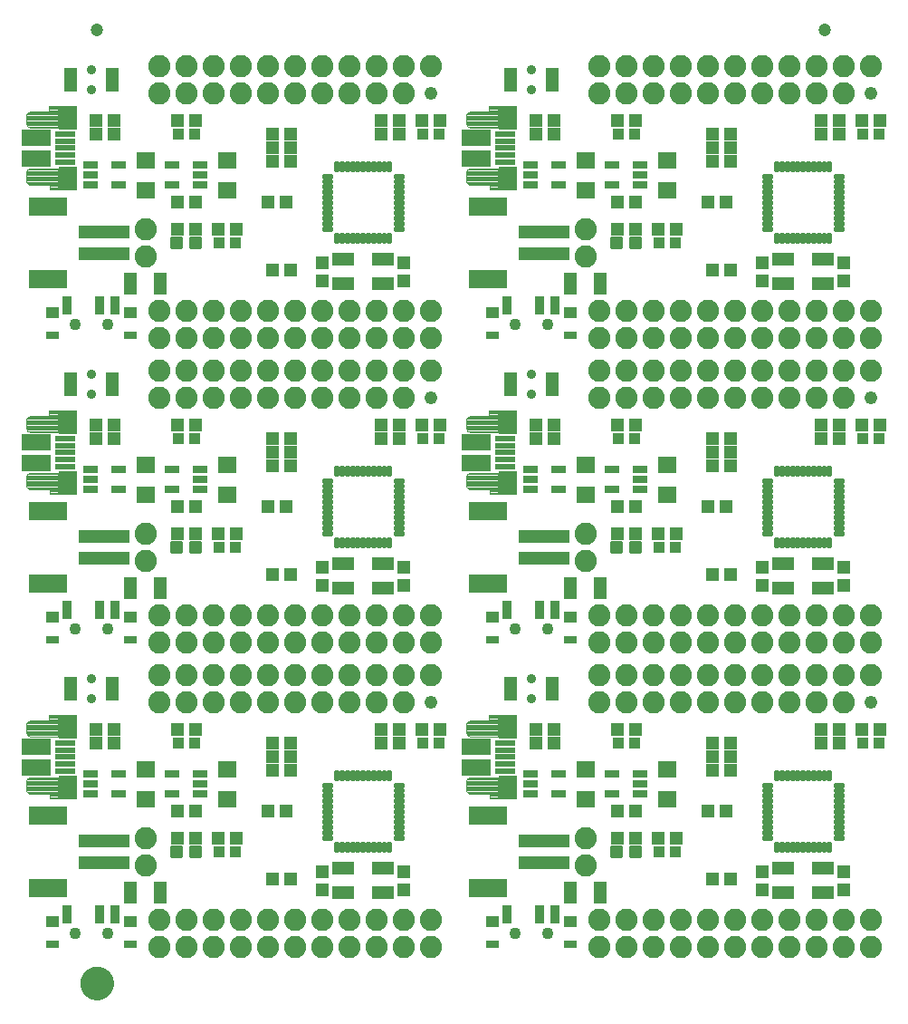
<source format=gts>
G75*
%MOIN*%
%OFA0B0*%
%FSLAX25Y25*%
%IPPOS*%
%LPD*%
%AMOC8*
5,1,8,0,0,1.08239X$1,22.5*
%
%ADD10C,0.04800*%
%ADD11R,0.07099X0.06312*%
%ADD12R,0.05131X0.04737*%
%ADD13R,0.04737X0.05131*%
%ADD14C,0.01421*%
%ADD15R,0.03950X0.03950*%
%ADD16R,0.04737X0.07887*%
%ADD17R,0.07690X0.02375*%
%ADD18R,0.06548X0.08674*%
%ADD19R,0.10643X0.06410*%
%ADD20C,0.00400*%
%ADD21R,0.18910X0.04737*%
%ADD22R,0.14186X0.07099*%
%ADD23R,0.03556X0.06706*%
%ADD24R,0.04737X0.03162*%
%ADD25R,0.04737X0.03950*%
%ADD26C,0.04343*%
%ADD27R,0.05524X0.02965*%
%ADD28C,0.01684*%
%ADD29R,0.08280X0.05131*%
%ADD30C,0.08200*%
%ADD31C,0.03556*%
%ADD32R,0.05131X0.08674*%
%ADD33C,0.04737*%
%ADD34C,0.05000*%
%ADD35C,0.06706*%
D10*
X0178750Y0123750D03*
X0178750Y0235750D03*
X0178750Y0347750D03*
X0340750Y0347750D03*
X0340750Y0235750D03*
X0340750Y0123750D03*
D11*
X0265750Y0099262D03*
X0265750Y0088238D03*
X0235750Y0088238D03*
X0235750Y0099262D03*
X0235750Y0200238D03*
X0235750Y0211262D03*
X0265750Y0211262D03*
X0265750Y0200238D03*
X0265750Y0312238D03*
X0265750Y0323262D03*
X0235750Y0323262D03*
X0235750Y0312238D03*
X0103750Y0312238D03*
X0103750Y0323262D03*
X0073750Y0323262D03*
X0073750Y0312238D03*
X0073750Y0211262D03*
X0073750Y0200238D03*
X0103750Y0200238D03*
X0103750Y0211262D03*
X0103750Y0099262D03*
X0103750Y0088238D03*
X0073750Y0088238D03*
X0073750Y0099262D03*
D12*
X0062096Y0108750D03*
X0062096Y0113750D03*
X0055404Y0113750D03*
X0055404Y0108750D03*
X0085404Y0113750D03*
X0092096Y0113750D03*
X0120404Y0108750D03*
X0120404Y0103750D03*
X0127096Y0103750D03*
X0127096Y0108750D03*
X0127096Y0098750D03*
X0120404Y0098750D03*
X0118904Y0083750D03*
X0125596Y0083750D03*
X0107096Y0073750D03*
X0100404Y0073750D03*
X0092096Y0073750D03*
X0085404Y0073750D03*
X0085404Y0083750D03*
X0092096Y0083750D03*
X0120404Y0058750D03*
X0127096Y0058750D03*
X0160404Y0108750D03*
X0160404Y0113750D03*
X0167096Y0113750D03*
X0167096Y0108750D03*
X0175404Y0113750D03*
X0182096Y0113750D03*
X0217404Y0113750D03*
X0217404Y0108750D03*
X0224096Y0108750D03*
X0224096Y0113750D03*
X0247404Y0113750D03*
X0254096Y0113750D03*
X0282404Y0108750D03*
X0282404Y0103750D03*
X0282404Y0098750D03*
X0289096Y0098750D03*
X0289096Y0103750D03*
X0289096Y0108750D03*
X0287596Y0083750D03*
X0280904Y0083750D03*
X0269096Y0073750D03*
X0262404Y0073750D03*
X0254096Y0073750D03*
X0247404Y0073750D03*
X0247404Y0083750D03*
X0254096Y0083750D03*
X0282404Y0058750D03*
X0289096Y0058750D03*
X0322404Y0108750D03*
X0322404Y0113750D03*
X0329096Y0113750D03*
X0329096Y0108750D03*
X0337404Y0113750D03*
X0344096Y0113750D03*
X0289096Y0170750D03*
X0282404Y0170750D03*
X0269096Y0185750D03*
X0262404Y0185750D03*
X0254096Y0185750D03*
X0247404Y0185750D03*
X0247404Y0195750D03*
X0254096Y0195750D03*
X0280904Y0195750D03*
X0287596Y0195750D03*
X0289096Y0210750D03*
X0289096Y0215750D03*
X0289096Y0220750D03*
X0282404Y0220750D03*
X0282404Y0215750D03*
X0282404Y0210750D03*
X0254096Y0225750D03*
X0247404Y0225750D03*
X0224096Y0225750D03*
X0224096Y0220750D03*
X0217404Y0220750D03*
X0217404Y0225750D03*
X0182096Y0225750D03*
X0175404Y0225750D03*
X0167096Y0225750D03*
X0167096Y0220750D03*
X0160404Y0220750D03*
X0160404Y0225750D03*
X0127096Y0220750D03*
X0127096Y0215750D03*
X0120404Y0215750D03*
X0120404Y0220750D03*
X0120404Y0210750D03*
X0127096Y0210750D03*
X0125596Y0195750D03*
X0118904Y0195750D03*
X0107096Y0185750D03*
X0100404Y0185750D03*
X0092096Y0185750D03*
X0085404Y0185750D03*
X0085404Y0195750D03*
X0092096Y0195750D03*
X0120404Y0170750D03*
X0127096Y0170750D03*
X0092096Y0225750D03*
X0085404Y0225750D03*
X0062096Y0225750D03*
X0062096Y0220750D03*
X0055404Y0220750D03*
X0055404Y0225750D03*
X0120404Y0282750D03*
X0127096Y0282750D03*
X0107096Y0297750D03*
X0100404Y0297750D03*
X0092096Y0297750D03*
X0085404Y0297750D03*
X0085404Y0307750D03*
X0092096Y0307750D03*
X0118904Y0307750D03*
X0125596Y0307750D03*
X0127096Y0322750D03*
X0120404Y0322750D03*
X0120404Y0327750D03*
X0120404Y0332750D03*
X0127096Y0332750D03*
X0127096Y0327750D03*
X0092096Y0337750D03*
X0085404Y0337750D03*
X0062096Y0337750D03*
X0062096Y0332750D03*
X0055404Y0332750D03*
X0055404Y0337750D03*
X0160404Y0337750D03*
X0160404Y0332750D03*
X0167096Y0332750D03*
X0167096Y0337750D03*
X0175404Y0337750D03*
X0182096Y0337750D03*
X0217404Y0337750D03*
X0217404Y0332750D03*
X0224096Y0332750D03*
X0224096Y0337750D03*
X0247404Y0337750D03*
X0254096Y0337750D03*
X0282404Y0332750D03*
X0282404Y0327750D03*
X0282404Y0322750D03*
X0289096Y0322750D03*
X0289096Y0327750D03*
X0289096Y0332750D03*
X0287596Y0307750D03*
X0280904Y0307750D03*
X0269096Y0297750D03*
X0262404Y0297750D03*
X0254096Y0297750D03*
X0247404Y0297750D03*
X0247404Y0307750D03*
X0254096Y0307750D03*
X0282404Y0282750D03*
X0289096Y0282750D03*
X0322404Y0332750D03*
X0322404Y0337750D03*
X0329096Y0337750D03*
X0329096Y0332750D03*
X0337404Y0337750D03*
X0344096Y0337750D03*
X0344096Y0225750D03*
X0337404Y0225750D03*
X0329096Y0225750D03*
X0329096Y0220750D03*
X0322404Y0220750D03*
X0322404Y0225750D03*
D13*
X0330750Y0173596D03*
X0330750Y0166904D03*
X0300750Y0166904D03*
X0300750Y0173596D03*
X0300750Y0278904D03*
X0300750Y0285596D03*
X0330750Y0285596D03*
X0330750Y0278904D03*
X0168750Y0278904D03*
X0168750Y0285596D03*
X0138750Y0285596D03*
X0138750Y0278904D03*
X0138750Y0173596D03*
X0138750Y0166904D03*
X0168750Y0166904D03*
X0168750Y0173596D03*
X0168750Y0061596D03*
X0168750Y0054904D03*
X0138750Y0054904D03*
X0138750Y0061596D03*
X0300750Y0061596D03*
X0300750Y0054904D03*
X0330750Y0054904D03*
X0330750Y0061596D03*
D14*
X0252545Y0067092D02*
X0252545Y0070408D01*
X0255861Y0070408D01*
X0255861Y0067092D01*
X0252545Y0067092D01*
X0252545Y0068512D02*
X0255861Y0068512D01*
X0255861Y0069932D02*
X0252545Y0069932D01*
X0245639Y0070408D02*
X0245639Y0067092D01*
X0245639Y0070408D02*
X0248955Y0070408D01*
X0248955Y0067092D01*
X0245639Y0067092D01*
X0245639Y0068512D02*
X0248955Y0068512D01*
X0248955Y0069932D02*
X0245639Y0069932D01*
X0245639Y0179092D02*
X0245639Y0182408D01*
X0248955Y0182408D01*
X0248955Y0179092D01*
X0245639Y0179092D01*
X0245639Y0180512D02*
X0248955Y0180512D01*
X0248955Y0181932D02*
X0245639Y0181932D01*
X0252545Y0182408D02*
X0252545Y0179092D01*
X0252545Y0182408D02*
X0255861Y0182408D01*
X0255861Y0179092D01*
X0252545Y0179092D01*
X0252545Y0180512D02*
X0255861Y0180512D01*
X0255861Y0181932D02*
X0252545Y0181932D01*
X0252545Y0291092D02*
X0252545Y0294408D01*
X0255861Y0294408D01*
X0255861Y0291092D01*
X0252545Y0291092D01*
X0252545Y0292512D02*
X0255861Y0292512D01*
X0255861Y0293932D02*
X0252545Y0293932D01*
X0245639Y0294408D02*
X0245639Y0291092D01*
X0245639Y0294408D02*
X0248955Y0294408D01*
X0248955Y0291092D01*
X0245639Y0291092D01*
X0245639Y0292512D02*
X0248955Y0292512D01*
X0248955Y0293932D02*
X0245639Y0293932D01*
X0090545Y0294408D02*
X0090545Y0291092D01*
X0090545Y0294408D02*
X0093861Y0294408D01*
X0093861Y0291092D01*
X0090545Y0291092D01*
X0090545Y0292512D02*
X0093861Y0292512D01*
X0093861Y0293932D02*
X0090545Y0293932D01*
X0083639Y0294408D02*
X0083639Y0291092D01*
X0083639Y0294408D02*
X0086955Y0294408D01*
X0086955Y0291092D01*
X0083639Y0291092D01*
X0083639Y0292512D02*
X0086955Y0292512D01*
X0086955Y0293932D02*
X0083639Y0293932D01*
X0083639Y0182408D02*
X0083639Y0179092D01*
X0083639Y0182408D02*
X0086955Y0182408D01*
X0086955Y0179092D01*
X0083639Y0179092D01*
X0083639Y0180512D02*
X0086955Y0180512D01*
X0086955Y0181932D02*
X0083639Y0181932D01*
X0090545Y0182408D02*
X0090545Y0179092D01*
X0090545Y0182408D02*
X0093861Y0182408D01*
X0093861Y0179092D01*
X0090545Y0179092D01*
X0090545Y0180512D02*
X0093861Y0180512D01*
X0093861Y0181932D02*
X0090545Y0181932D01*
X0090545Y0070408D02*
X0090545Y0067092D01*
X0090545Y0070408D02*
X0093861Y0070408D01*
X0093861Y0067092D01*
X0090545Y0067092D01*
X0090545Y0068512D02*
X0093861Y0068512D01*
X0093861Y0069932D02*
X0090545Y0069932D01*
X0083639Y0070408D02*
X0083639Y0067092D01*
X0083639Y0070408D02*
X0086955Y0070408D01*
X0086955Y0067092D01*
X0083639Y0067092D01*
X0083639Y0068512D02*
X0086955Y0068512D01*
X0086955Y0069932D02*
X0083639Y0069932D01*
D15*
X0100797Y0068750D03*
X0106703Y0068750D03*
X0091703Y0108750D03*
X0085797Y0108750D03*
X0100797Y0180750D03*
X0106703Y0180750D03*
X0091703Y0220750D03*
X0085797Y0220750D03*
X0100797Y0292750D03*
X0106703Y0292750D03*
X0091703Y0332750D03*
X0085797Y0332750D03*
X0175797Y0332750D03*
X0181703Y0332750D03*
X0247797Y0332750D03*
X0253703Y0332750D03*
X0262797Y0292750D03*
X0268703Y0292750D03*
X0337797Y0332750D03*
X0343703Y0332750D03*
X0343703Y0220750D03*
X0337797Y0220750D03*
X0268703Y0180750D03*
X0262797Y0180750D03*
X0253703Y0220750D03*
X0247797Y0220750D03*
X0181703Y0220750D03*
X0175797Y0220750D03*
X0175797Y0108750D03*
X0181703Y0108750D03*
X0247797Y0108750D03*
X0253703Y0108750D03*
X0262797Y0068750D03*
X0268703Y0068750D03*
X0337797Y0108750D03*
X0343703Y0108750D03*
D16*
X0241262Y0053750D03*
X0230238Y0053750D03*
X0230238Y0165750D03*
X0241262Y0165750D03*
X0241262Y0277750D03*
X0230238Y0277750D03*
X0079262Y0277750D03*
X0068238Y0277750D03*
X0068238Y0165750D03*
X0079262Y0165750D03*
X0079262Y0053750D03*
X0068238Y0053750D03*
D17*
X0043990Y0098508D03*
X0043990Y0101067D03*
X0043990Y0103626D03*
X0043990Y0106185D03*
X0043990Y0108744D03*
X0043990Y0210508D03*
X0043990Y0213067D03*
X0043990Y0215626D03*
X0043990Y0218185D03*
X0043990Y0220744D03*
X0043990Y0322508D03*
X0043990Y0325067D03*
X0043990Y0327626D03*
X0043990Y0330185D03*
X0043990Y0332744D03*
X0205990Y0332744D03*
X0205990Y0330185D03*
X0205990Y0327626D03*
X0205990Y0325067D03*
X0205990Y0322508D03*
X0205990Y0220744D03*
X0205990Y0218185D03*
X0205990Y0215626D03*
X0205990Y0213067D03*
X0205990Y0210508D03*
X0205990Y0108744D03*
X0205990Y0106185D03*
X0205990Y0103626D03*
X0205990Y0101067D03*
X0205990Y0098508D03*
D18*
X0207073Y0092604D03*
X0207073Y0114748D03*
X0207073Y0204604D03*
X0207073Y0226748D03*
X0207073Y0316604D03*
X0207073Y0338748D03*
X0045073Y0338748D03*
X0045073Y0316604D03*
X0045073Y0226748D03*
X0045073Y0204604D03*
X0045073Y0114748D03*
X0045073Y0092604D03*
D19*
X0033428Y0099828D03*
X0033439Y0107603D03*
X0033428Y0211828D03*
X0033439Y0219603D03*
X0033428Y0323828D03*
X0033439Y0331603D03*
X0195439Y0331603D03*
X0195428Y0323828D03*
X0195439Y0219603D03*
X0195428Y0211828D03*
X0195439Y0107603D03*
X0195428Y0099828D03*
D20*
X0193230Y0096120D02*
X0203630Y0096220D01*
X0203630Y0088317D01*
X0200325Y0088317D01*
X0200325Y0090120D01*
X0193430Y0090120D01*
X0193084Y0090148D01*
X0192753Y0090252D01*
X0192453Y0090427D01*
X0192199Y0090665D01*
X0192005Y0090952D01*
X0191880Y0091276D01*
X0191830Y0091620D01*
X0191830Y0094620D01*
X0191855Y0094944D01*
X0191952Y0095254D01*
X0192115Y0095535D01*
X0192337Y0095772D01*
X0192606Y0095955D01*
X0192909Y0096073D01*
X0193230Y0096120D01*
X0193084Y0096098D02*
X0203630Y0096098D01*
X0203630Y0095700D02*
X0192269Y0095700D01*
X0191979Y0095301D02*
X0203630Y0095301D01*
X0203630Y0094903D02*
X0191852Y0094903D01*
X0191830Y0094504D02*
X0203630Y0094504D01*
X0203630Y0094106D02*
X0191830Y0094106D01*
X0191830Y0093707D02*
X0203630Y0093707D01*
X0203630Y0093309D02*
X0191830Y0093309D01*
X0191830Y0092910D02*
X0203630Y0092910D01*
X0203630Y0092512D02*
X0191830Y0092512D01*
X0191830Y0092113D02*
X0203630Y0092113D01*
X0203630Y0091715D02*
X0191830Y0091715D01*
X0191874Y0091316D02*
X0203630Y0091316D01*
X0203630Y0090918D02*
X0192029Y0090918D01*
X0192354Y0090519D02*
X0203630Y0090519D01*
X0203630Y0090121D02*
X0193421Y0090121D01*
X0200325Y0089722D02*
X0203630Y0089722D01*
X0203630Y0089324D02*
X0200325Y0089324D01*
X0200325Y0088925D02*
X0203630Y0088925D01*
X0203630Y0088527D02*
X0200325Y0088527D01*
X0200230Y0111120D02*
X0193830Y0111220D01*
X0193330Y0111220D01*
X0193006Y0111245D01*
X0192696Y0111342D01*
X0192415Y0111505D01*
X0192178Y0111727D01*
X0191995Y0111996D01*
X0191877Y0112299D01*
X0191830Y0112620D01*
X0191830Y0115520D01*
X0191858Y0115866D01*
X0191962Y0116197D01*
X0192137Y0116497D01*
X0192374Y0116751D01*
X0192662Y0116945D01*
X0192986Y0117070D01*
X0193330Y0117120D01*
X0200286Y0117100D01*
X0200286Y0119000D01*
X0203630Y0119020D01*
X0203630Y0111120D01*
X0200230Y0111120D01*
X0203630Y0111242D02*
X0193050Y0111242D01*
X0192270Y0111640D02*
X0203630Y0111640D01*
X0203630Y0112039D02*
X0191979Y0112039D01*
X0191857Y0112437D02*
X0203630Y0112437D01*
X0203630Y0112836D02*
X0191830Y0112836D01*
X0191830Y0113234D02*
X0203630Y0113234D01*
X0203630Y0113633D02*
X0191830Y0113633D01*
X0191830Y0114031D02*
X0203630Y0114031D01*
X0203630Y0114430D02*
X0191830Y0114430D01*
X0191830Y0114828D02*
X0203630Y0114828D01*
X0203630Y0115227D02*
X0191830Y0115227D01*
X0191838Y0115625D02*
X0203630Y0115625D01*
X0203630Y0116024D02*
X0191907Y0116024D01*
X0192093Y0116422D02*
X0203630Y0116422D01*
X0203630Y0116821D02*
X0192479Y0116821D01*
X0200286Y0117220D02*
X0203630Y0117220D01*
X0203630Y0117618D02*
X0200286Y0117618D01*
X0200286Y0118017D02*
X0203630Y0118017D01*
X0203630Y0118415D02*
X0200286Y0118415D01*
X0200286Y0118814D02*
X0203630Y0118814D01*
X0203630Y0200317D02*
X0200325Y0200317D01*
X0200325Y0202120D01*
X0193430Y0202120D01*
X0193084Y0202148D01*
X0192753Y0202252D01*
X0192453Y0202427D01*
X0192199Y0202665D01*
X0192005Y0202952D01*
X0191880Y0203276D01*
X0191830Y0203620D01*
X0191830Y0206620D01*
X0191855Y0206944D01*
X0191952Y0207254D01*
X0192115Y0207535D01*
X0192337Y0207772D01*
X0192606Y0207955D01*
X0192909Y0208073D01*
X0193230Y0208120D01*
X0203630Y0208220D01*
X0203630Y0200317D01*
X0203630Y0200508D02*
X0200325Y0200508D01*
X0200325Y0200907D02*
X0203630Y0200907D01*
X0203630Y0201305D02*
X0200325Y0201305D01*
X0200325Y0201704D02*
X0203630Y0201704D01*
X0203630Y0202102D02*
X0200325Y0202102D01*
X0203630Y0202501D02*
X0192374Y0202501D01*
X0192041Y0202899D02*
X0203630Y0202899D01*
X0203630Y0203298D02*
X0191877Y0203298D01*
X0191830Y0203696D02*
X0203630Y0203696D01*
X0203630Y0204095D02*
X0191830Y0204095D01*
X0191830Y0204493D02*
X0203630Y0204493D01*
X0203630Y0204892D02*
X0191830Y0204892D01*
X0191830Y0205291D02*
X0203630Y0205291D01*
X0203630Y0205689D02*
X0191830Y0205689D01*
X0191830Y0206088D02*
X0203630Y0206088D01*
X0203630Y0206486D02*
X0191830Y0206486D01*
X0191851Y0206885D02*
X0203630Y0206885D01*
X0203630Y0207283D02*
X0191969Y0207283D01*
X0192252Y0207682D02*
X0203630Y0207682D01*
X0203630Y0208080D02*
X0192960Y0208080D01*
X0193330Y0223220D02*
X0193006Y0223245D01*
X0192696Y0223342D01*
X0192415Y0223505D01*
X0192178Y0223727D01*
X0191995Y0223996D01*
X0191877Y0224299D01*
X0191830Y0224620D01*
X0191830Y0227520D01*
X0191858Y0227866D01*
X0191962Y0228197D01*
X0192137Y0228497D01*
X0192374Y0228751D01*
X0192662Y0228945D01*
X0192986Y0229070D01*
X0193330Y0229120D01*
X0200286Y0229100D01*
X0200286Y0231000D01*
X0203630Y0231020D01*
X0203630Y0223120D01*
X0200230Y0223120D01*
X0193830Y0223220D01*
X0193330Y0223220D01*
X0193285Y0223224D02*
X0203630Y0223224D01*
X0203630Y0223622D02*
X0192290Y0223622D01*
X0191986Y0224021D02*
X0203630Y0224021D01*
X0203630Y0224419D02*
X0191860Y0224419D01*
X0191830Y0224818D02*
X0203630Y0224818D01*
X0203630Y0225216D02*
X0191830Y0225216D01*
X0191830Y0225615D02*
X0203630Y0225615D01*
X0203630Y0226013D02*
X0191830Y0226013D01*
X0191830Y0226412D02*
X0203630Y0226412D01*
X0203630Y0226810D02*
X0191830Y0226810D01*
X0191830Y0227209D02*
X0203630Y0227209D01*
X0203630Y0227607D02*
X0191837Y0227607D01*
X0191902Y0228006D02*
X0203630Y0228006D01*
X0203630Y0228404D02*
X0192083Y0228404D01*
X0192452Y0228803D02*
X0203630Y0228803D01*
X0203630Y0229201D02*
X0200286Y0229201D01*
X0200286Y0229600D02*
X0203630Y0229600D01*
X0203630Y0229998D02*
X0200286Y0229998D01*
X0200286Y0230397D02*
X0203630Y0230397D01*
X0203630Y0230795D02*
X0200286Y0230795D01*
X0200325Y0312317D02*
X0200325Y0314120D01*
X0193430Y0314120D01*
X0193084Y0314148D01*
X0192753Y0314252D01*
X0192453Y0314427D01*
X0192199Y0314665D01*
X0192005Y0314952D01*
X0191880Y0315276D01*
X0191830Y0315620D01*
X0191830Y0318620D01*
X0191855Y0318944D01*
X0191952Y0319254D01*
X0192115Y0319535D01*
X0192337Y0319772D01*
X0192606Y0319955D01*
X0192909Y0320073D01*
X0193230Y0320120D01*
X0203630Y0320220D01*
X0203630Y0312317D01*
X0200325Y0312317D01*
X0200325Y0312490D02*
X0203630Y0312490D01*
X0203630Y0312889D02*
X0200325Y0312889D01*
X0200325Y0313287D02*
X0203630Y0313287D01*
X0203630Y0313686D02*
X0200325Y0313686D01*
X0200325Y0314084D02*
X0203630Y0314084D01*
X0203630Y0314483D02*
X0192393Y0314483D01*
X0192053Y0314881D02*
X0203630Y0314881D01*
X0203630Y0315280D02*
X0191880Y0315280D01*
X0191830Y0315678D02*
X0203630Y0315678D01*
X0203630Y0316077D02*
X0191830Y0316077D01*
X0191830Y0316475D02*
X0203630Y0316475D01*
X0203630Y0316874D02*
X0191830Y0316874D01*
X0191830Y0317272D02*
X0203630Y0317272D01*
X0203630Y0317671D02*
X0191830Y0317671D01*
X0191830Y0318069D02*
X0203630Y0318069D01*
X0203630Y0318468D02*
X0191830Y0318468D01*
X0191849Y0318866D02*
X0203630Y0318866D01*
X0203630Y0319265D02*
X0191958Y0319265D01*
X0192235Y0319663D02*
X0203630Y0319663D01*
X0203630Y0320062D02*
X0192881Y0320062D01*
X0193330Y0335220D02*
X0193006Y0335245D01*
X0192696Y0335342D01*
X0192415Y0335505D01*
X0192178Y0335727D01*
X0191995Y0335996D01*
X0191877Y0336299D01*
X0191830Y0336620D01*
X0191830Y0339520D01*
X0191858Y0339866D01*
X0191962Y0340197D01*
X0192137Y0340497D01*
X0192374Y0340751D01*
X0192662Y0340945D01*
X0192986Y0341070D01*
X0193330Y0341120D01*
X0200286Y0341100D01*
X0200286Y0343000D01*
X0203630Y0343020D01*
X0203630Y0335120D01*
X0200230Y0335120D01*
X0193830Y0335220D01*
X0193330Y0335220D01*
X0192309Y0335604D02*
X0203630Y0335604D01*
X0203630Y0336002D02*
X0191993Y0336002D01*
X0191862Y0336401D02*
X0203630Y0336401D01*
X0203630Y0336799D02*
X0191830Y0336799D01*
X0191830Y0337198D02*
X0203630Y0337198D01*
X0203630Y0337596D02*
X0191830Y0337596D01*
X0191830Y0337995D02*
X0203630Y0337995D01*
X0203630Y0338393D02*
X0191830Y0338393D01*
X0191830Y0338792D02*
X0203630Y0338792D01*
X0203630Y0339190D02*
X0191830Y0339190D01*
X0191836Y0339589D02*
X0203630Y0339589D01*
X0203630Y0339987D02*
X0191896Y0339987D01*
X0192072Y0340386D02*
X0203630Y0340386D01*
X0203630Y0340784D02*
X0192424Y0340784D01*
X0200286Y0341183D02*
X0203630Y0341183D01*
X0203630Y0341581D02*
X0200286Y0341581D01*
X0200286Y0341980D02*
X0203630Y0341980D01*
X0203630Y0342378D02*
X0200286Y0342378D01*
X0200286Y0342777D02*
X0203630Y0342777D01*
X0203630Y0335205D02*
X0194777Y0335205D01*
X0041630Y0335205D02*
X0032777Y0335205D01*
X0031830Y0335220D02*
X0031330Y0335220D01*
X0031006Y0335245D01*
X0030696Y0335342D01*
X0030415Y0335505D01*
X0030178Y0335727D01*
X0029995Y0335996D01*
X0029877Y0336299D01*
X0029830Y0336620D01*
X0029830Y0339520D01*
X0029858Y0339866D01*
X0029962Y0340197D01*
X0030137Y0340497D01*
X0030374Y0340751D01*
X0030662Y0340945D01*
X0030986Y0341070D01*
X0031330Y0341120D01*
X0038286Y0341100D01*
X0038286Y0343000D01*
X0041630Y0343020D01*
X0041630Y0335120D01*
X0038230Y0335120D01*
X0031830Y0335220D01*
X0030309Y0335604D02*
X0041630Y0335604D01*
X0041630Y0336002D02*
X0029993Y0336002D01*
X0029862Y0336401D02*
X0041630Y0336401D01*
X0041630Y0336799D02*
X0029830Y0336799D01*
X0029830Y0337198D02*
X0041630Y0337198D01*
X0041630Y0337596D02*
X0029830Y0337596D01*
X0029830Y0337995D02*
X0041630Y0337995D01*
X0041630Y0338393D02*
X0029830Y0338393D01*
X0029830Y0338792D02*
X0041630Y0338792D01*
X0041630Y0339190D02*
X0029830Y0339190D01*
X0029836Y0339589D02*
X0041630Y0339589D01*
X0041630Y0339987D02*
X0029896Y0339987D01*
X0030072Y0340386D02*
X0041630Y0340386D01*
X0041630Y0340784D02*
X0030424Y0340784D01*
X0038286Y0341183D02*
X0041630Y0341183D01*
X0041630Y0341581D02*
X0038286Y0341581D01*
X0038286Y0341980D02*
X0041630Y0341980D01*
X0041630Y0342378D02*
X0038286Y0342378D01*
X0038286Y0342777D02*
X0041630Y0342777D01*
X0041630Y0320220D02*
X0031230Y0320120D01*
X0030909Y0320073D01*
X0030606Y0319955D01*
X0030337Y0319772D01*
X0030115Y0319535D01*
X0029952Y0319254D01*
X0029855Y0318944D01*
X0029830Y0318620D01*
X0029830Y0315620D01*
X0029880Y0315276D01*
X0030005Y0314952D01*
X0030199Y0314665D01*
X0030453Y0314427D01*
X0030753Y0314252D01*
X0031084Y0314148D01*
X0031430Y0314120D01*
X0038325Y0314120D01*
X0038325Y0312317D01*
X0041630Y0312317D01*
X0041630Y0320220D01*
X0041630Y0320062D02*
X0030881Y0320062D01*
X0030235Y0319663D02*
X0041630Y0319663D01*
X0041630Y0319265D02*
X0029958Y0319265D01*
X0029849Y0318866D02*
X0041630Y0318866D01*
X0041630Y0318468D02*
X0029830Y0318468D01*
X0029830Y0318069D02*
X0041630Y0318069D01*
X0041630Y0317671D02*
X0029830Y0317671D01*
X0029830Y0317272D02*
X0041630Y0317272D01*
X0041630Y0316874D02*
X0029830Y0316874D01*
X0029830Y0316475D02*
X0041630Y0316475D01*
X0041630Y0316077D02*
X0029830Y0316077D01*
X0029830Y0315678D02*
X0041630Y0315678D01*
X0041630Y0315280D02*
X0029880Y0315280D01*
X0030053Y0314881D02*
X0041630Y0314881D01*
X0041630Y0314483D02*
X0030393Y0314483D01*
X0038325Y0314084D02*
X0041630Y0314084D01*
X0041630Y0313686D02*
X0038325Y0313686D01*
X0038325Y0313287D02*
X0041630Y0313287D01*
X0041630Y0312889D02*
X0038325Y0312889D01*
X0038325Y0312490D02*
X0041630Y0312490D01*
X0041630Y0231020D02*
X0038286Y0231000D01*
X0038286Y0229100D01*
X0031330Y0229120D01*
X0030986Y0229070D01*
X0030662Y0228945D01*
X0030374Y0228751D01*
X0030137Y0228497D01*
X0029962Y0228197D01*
X0029858Y0227866D01*
X0029830Y0227520D01*
X0029830Y0224620D01*
X0029877Y0224299D01*
X0029995Y0223996D01*
X0030178Y0223727D01*
X0030415Y0223505D01*
X0030696Y0223342D01*
X0031006Y0223245D01*
X0031330Y0223220D01*
X0031830Y0223220D01*
X0038230Y0223120D01*
X0041630Y0223120D01*
X0041630Y0231020D01*
X0041630Y0230795D02*
X0038286Y0230795D01*
X0038286Y0230397D02*
X0041630Y0230397D01*
X0041630Y0229998D02*
X0038286Y0229998D01*
X0038286Y0229600D02*
X0041630Y0229600D01*
X0041630Y0229201D02*
X0038286Y0229201D01*
X0041630Y0228803D02*
X0030452Y0228803D01*
X0030083Y0228404D02*
X0041630Y0228404D01*
X0041630Y0228006D02*
X0029902Y0228006D01*
X0029837Y0227607D02*
X0041630Y0227607D01*
X0041630Y0227209D02*
X0029830Y0227209D01*
X0029830Y0226810D02*
X0041630Y0226810D01*
X0041630Y0226412D02*
X0029830Y0226412D01*
X0029830Y0226013D02*
X0041630Y0226013D01*
X0041630Y0225615D02*
X0029830Y0225615D01*
X0029830Y0225216D02*
X0041630Y0225216D01*
X0041630Y0224818D02*
X0029830Y0224818D01*
X0029860Y0224419D02*
X0041630Y0224419D01*
X0041630Y0224021D02*
X0029986Y0224021D01*
X0030290Y0223622D02*
X0041630Y0223622D01*
X0041630Y0223224D02*
X0031285Y0223224D01*
X0031230Y0208120D02*
X0041630Y0208220D01*
X0041630Y0200317D01*
X0038325Y0200317D01*
X0038325Y0202120D01*
X0031430Y0202120D01*
X0031084Y0202148D01*
X0030753Y0202252D01*
X0030453Y0202427D01*
X0030199Y0202665D01*
X0030005Y0202952D01*
X0029880Y0203276D01*
X0029830Y0203620D01*
X0029830Y0206620D01*
X0029855Y0206944D01*
X0029952Y0207254D01*
X0030115Y0207535D01*
X0030337Y0207772D01*
X0030606Y0207955D01*
X0030909Y0208073D01*
X0031230Y0208120D01*
X0030960Y0208080D02*
X0041630Y0208080D01*
X0041630Y0207682D02*
X0030252Y0207682D01*
X0029969Y0207283D02*
X0041630Y0207283D01*
X0041630Y0206885D02*
X0029851Y0206885D01*
X0029830Y0206486D02*
X0041630Y0206486D01*
X0041630Y0206088D02*
X0029830Y0206088D01*
X0029830Y0205689D02*
X0041630Y0205689D01*
X0041630Y0205291D02*
X0029830Y0205291D01*
X0029830Y0204892D02*
X0041630Y0204892D01*
X0041630Y0204493D02*
X0029830Y0204493D01*
X0029830Y0204095D02*
X0041630Y0204095D01*
X0041630Y0203696D02*
X0029830Y0203696D01*
X0029877Y0203298D02*
X0041630Y0203298D01*
X0041630Y0202899D02*
X0030041Y0202899D01*
X0030374Y0202501D02*
X0041630Y0202501D01*
X0041630Y0202102D02*
X0038325Y0202102D01*
X0038325Y0201704D02*
X0041630Y0201704D01*
X0041630Y0201305D02*
X0038325Y0201305D01*
X0038325Y0200907D02*
X0041630Y0200907D01*
X0041630Y0200508D02*
X0038325Y0200508D01*
X0038286Y0119000D02*
X0041630Y0119020D01*
X0041630Y0111120D01*
X0038230Y0111120D01*
X0031830Y0111220D01*
X0031330Y0111220D01*
X0031006Y0111245D01*
X0030696Y0111342D01*
X0030415Y0111505D01*
X0030178Y0111727D01*
X0029995Y0111996D01*
X0029877Y0112299D01*
X0029830Y0112620D01*
X0029830Y0115520D01*
X0029858Y0115866D01*
X0029962Y0116197D01*
X0030137Y0116497D01*
X0030374Y0116751D01*
X0030662Y0116945D01*
X0030986Y0117070D01*
X0031330Y0117120D01*
X0038286Y0117100D01*
X0038286Y0119000D01*
X0038286Y0118814D02*
X0041630Y0118814D01*
X0041630Y0118415D02*
X0038286Y0118415D01*
X0038286Y0118017D02*
X0041630Y0118017D01*
X0041630Y0117618D02*
X0038286Y0117618D01*
X0038286Y0117220D02*
X0041630Y0117220D01*
X0041630Y0116821D02*
X0030479Y0116821D01*
X0030093Y0116422D02*
X0041630Y0116422D01*
X0041630Y0116024D02*
X0029907Y0116024D01*
X0029838Y0115625D02*
X0041630Y0115625D01*
X0041630Y0115227D02*
X0029830Y0115227D01*
X0029830Y0114828D02*
X0041630Y0114828D01*
X0041630Y0114430D02*
X0029830Y0114430D01*
X0029830Y0114031D02*
X0041630Y0114031D01*
X0041630Y0113633D02*
X0029830Y0113633D01*
X0029830Y0113234D02*
X0041630Y0113234D01*
X0041630Y0112836D02*
X0029830Y0112836D01*
X0029857Y0112437D02*
X0041630Y0112437D01*
X0041630Y0112039D02*
X0029979Y0112039D01*
X0030270Y0111640D02*
X0041630Y0111640D01*
X0041630Y0111242D02*
X0031050Y0111242D01*
X0031230Y0096120D02*
X0041630Y0096220D01*
X0041630Y0088317D01*
X0038325Y0088317D01*
X0038325Y0090120D01*
X0031430Y0090120D01*
X0031084Y0090148D01*
X0030753Y0090252D01*
X0030453Y0090427D01*
X0030199Y0090665D01*
X0030005Y0090952D01*
X0029880Y0091276D01*
X0029830Y0091620D01*
X0029830Y0094620D01*
X0029855Y0094944D01*
X0029952Y0095254D01*
X0030115Y0095535D01*
X0030337Y0095772D01*
X0030606Y0095955D01*
X0030909Y0096073D01*
X0031230Y0096120D01*
X0031084Y0096098D02*
X0041630Y0096098D01*
X0041630Y0095700D02*
X0030269Y0095700D01*
X0029979Y0095301D02*
X0041630Y0095301D01*
X0041630Y0094903D02*
X0029852Y0094903D01*
X0029830Y0094504D02*
X0041630Y0094504D01*
X0041630Y0094106D02*
X0029830Y0094106D01*
X0029830Y0093707D02*
X0041630Y0093707D01*
X0041630Y0093309D02*
X0029830Y0093309D01*
X0029830Y0092910D02*
X0041630Y0092910D01*
X0041630Y0092512D02*
X0029830Y0092512D01*
X0029830Y0092113D02*
X0041630Y0092113D01*
X0041630Y0091715D02*
X0029830Y0091715D01*
X0029874Y0091316D02*
X0041630Y0091316D01*
X0041630Y0090918D02*
X0030029Y0090918D01*
X0030354Y0090519D02*
X0041630Y0090519D01*
X0041630Y0090121D02*
X0031421Y0090121D01*
X0038325Y0089722D02*
X0041630Y0089722D01*
X0041630Y0089324D02*
X0038325Y0089324D01*
X0038325Y0088925D02*
X0041630Y0088925D01*
X0041630Y0088527D02*
X0038325Y0088527D01*
D21*
X0058317Y0072687D03*
X0058317Y0064813D03*
X0058317Y0176813D03*
X0058317Y0184687D03*
X0058317Y0288813D03*
X0058317Y0296687D03*
X0220317Y0296687D03*
X0220317Y0288813D03*
X0220317Y0184687D03*
X0220317Y0176813D03*
X0220317Y0072687D03*
X0220317Y0064813D03*
D22*
X0199844Y0055364D03*
X0199844Y0082136D03*
X0199844Y0167364D03*
X0199844Y0194136D03*
X0199844Y0279364D03*
X0199844Y0306136D03*
X0037844Y0306136D03*
X0037844Y0279364D03*
X0037844Y0194136D03*
X0037844Y0167364D03*
X0037844Y0082136D03*
X0037844Y0055364D03*
D23*
X0044892Y0045640D03*
X0056703Y0045640D03*
X0062608Y0045640D03*
X0062608Y0157640D03*
X0056703Y0157640D03*
X0044892Y0157640D03*
X0044892Y0269640D03*
X0056703Y0269640D03*
X0062608Y0269640D03*
X0206892Y0269640D03*
X0218703Y0269640D03*
X0224608Y0269640D03*
X0224608Y0157640D03*
X0218703Y0157640D03*
X0206892Y0157640D03*
X0206892Y0045640D03*
X0218703Y0045640D03*
X0224608Y0045640D03*
D24*
X0039380Y0034813D03*
X0068120Y0034813D03*
X0068120Y0146813D03*
X0039380Y0146813D03*
X0039380Y0258813D03*
X0068120Y0258813D03*
X0201380Y0258813D03*
X0230120Y0258813D03*
X0230120Y0146813D03*
X0201380Y0146813D03*
X0201380Y0034813D03*
X0230120Y0034813D03*
D25*
X0230120Y0043081D03*
X0201380Y0043081D03*
X0201380Y0155081D03*
X0230120Y0155081D03*
X0230120Y0267081D03*
X0201380Y0267081D03*
X0068120Y0267081D03*
X0039380Y0267081D03*
X0039380Y0155081D03*
X0068120Y0155081D03*
X0068120Y0043081D03*
X0039380Y0043081D03*
D26*
X0047844Y0038750D03*
X0059656Y0038750D03*
X0059656Y0150750D03*
X0047844Y0150750D03*
X0047844Y0262750D03*
X0059656Y0262750D03*
X0209844Y0262750D03*
X0221656Y0262750D03*
X0221656Y0150750D03*
X0209844Y0150750D03*
X0209844Y0038750D03*
X0221656Y0038750D03*
D27*
X0225869Y0090010D03*
X0225869Y0097490D03*
X0215631Y0097490D03*
X0215631Y0093750D03*
X0215631Y0090010D03*
X0245631Y0090010D03*
X0245631Y0097490D03*
X0255869Y0097490D03*
X0255869Y0093750D03*
X0255869Y0090010D03*
X0255869Y0202010D03*
X0255869Y0205750D03*
X0255869Y0209490D03*
X0245631Y0209490D03*
X0245631Y0202010D03*
X0225869Y0202010D03*
X0225869Y0209490D03*
X0215631Y0209490D03*
X0215631Y0205750D03*
X0215631Y0202010D03*
X0215631Y0314010D03*
X0215631Y0317750D03*
X0215631Y0321490D03*
X0225869Y0321490D03*
X0225869Y0314010D03*
X0245631Y0314010D03*
X0245631Y0321490D03*
X0255869Y0321490D03*
X0255869Y0317750D03*
X0255869Y0314010D03*
X0093869Y0314010D03*
X0093869Y0317750D03*
X0093869Y0321490D03*
X0083631Y0321490D03*
X0083631Y0314010D03*
X0063869Y0314010D03*
X0063869Y0321490D03*
X0053631Y0321490D03*
X0053631Y0317750D03*
X0053631Y0314010D03*
X0053631Y0209490D03*
X0053631Y0205750D03*
X0053631Y0202010D03*
X0063869Y0202010D03*
X0063869Y0209490D03*
X0083631Y0209490D03*
X0083631Y0202010D03*
X0093869Y0202010D03*
X0093869Y0205750D03*
X0093869Y0209490D03*
X0093869Y0097490D03*
X0093869Y0093750D03*
X0093869Y0090010D03*
X0083631Y0090010D03*
X0083631Y0097490D03*
X0063869Y0097490D03*
X0063869Y0090010D03*
X0053631Y0090010D03*
X0053631Y0093750D03*
X0053631Y0097490D03*
D28*
X0139481Y0093574D02*
X0141747Y0093574D01*
X0141747Y0093278D01*
X0139481Y0093278D01*
X0139481Y0093574D01*
X0139481Y0091606D02*
X0141747Y0091606D01*
X0141747Y0091310D01*
X0139481Y0091310D01*
X0139481Y0091606D01*
X0139481Y0089720D02*
X0141747Y0089720D01*
X0141747Y0089424D01*
X0139481Y0089424D01*
X0139481Y0089720D01*
X0139481Y0087752D02*
X0141747Y0087752D01*
X0141747Y0087456D01*
X0139481Y0087456D01*
X0139481Y0087752D01*
X0139481Y0085867D02*
X0141747Y0085867D01*
X0141747Y0085571D01*
X0139481Y0085571D01*
X0139481Y0085867D01*
X0139481Y0083898D02*
X0141747Y0083898D01*
X0141747Y0083602D01*
X0139481Y0083602D01*
X0139481Y0083898D01*
X0139481Y0081633D02*
X0141747Y0081633D01*
X0139481Y0081633D02*
X0139481Y0081929D01*
X0141747Y0081929D01*
X0141747Y0081633D01*
X0141747Y0079748D02*
X0139481Y0079748D01*
X0139481Y0080044D01*
X0141747Y0080044D01*
X0141747Y0079748D01*
X0141747Y0077780D02*
X0139481Y0077780D01*
X0139481Y0078076D01*
X0141747Y0078076D01*
X0141747Y0077780D01*
X0141747Y0075894D02*
X0139481Y0075894D01*
X0139481Y0076190D01*
X0141747Y0076190D01*
X0141747Y0075894D01*
X0141747Y0073926D02*
X0139481Y0073926D01*
X0139481Y0074222D01*
X0141747Y0074222D01*
X0141747Y0073926D01*
X0143926Y0071747D02*
X0143926Y0069481D01*
X0143926Y0071747D02*
X0144222Y0071747D01*
X0144222Y0069481D01*
X0143926Y0069481D01*
X0143926Y0071164D02*
X0144222Y0071164D01*
X0145894Y0071747D02*
X0145894Y0069481D01*
X0145894Y0071747D02*
X0146190Y0071747D01*
X0146190Y0069481D01*
X0145894Y0069481D01*
X0145894Y0071164D02*
X0146190Y0071164D01*
X0147780Y0071747D02*
X0147780Y0069481D01*
X0147780Y0071747D02*
X0148076Y0071747D01*
X0148076Y0069481D01*
X0147780Y0069481D01*
X0147780Y0071164D02*
X0148076Y0071164D01*
X0149748Y0071747D02*
X0149748Y0069481D01*
X0149748Y0071747D02*
X0150044Y0071747D01*
X0150044Y0069481D01*
X0149748Y0069481D01*
X0149748Y0071164D02*
X0150044Y0071164D01*
X0151633Y0071747D02*
X0151633Y0069481D01*
X0151633Y0071747D02*
X0151929Y0071747D01*
X0151929Y0069481D01*
X0151633Y0069481D01*
X0151633Y0071164D02*
X0151929Y0071164D01*
X0153602Y0071747D02*
X0153602Y0069481D01*
X0153602Y0071747D02*
X0153898Y0071747D01*
X0153898Y0069481D01*
X0153602Y0069481D01*
X0153602Y0071164D02*
X0153898Y0071164D01*
X0155867Y0071747D02*
X0155867Y0069481D01*
X0155571Y0069481D01*
X0155571Y0071747D01*
X0155867Y0071747D01*
X0155867Y0071164D02*
X0155571Y0071164D01*
X0157752Y0071747D02*
X0157752Y0069481D01*
X0157456Y0069481D01*
X0157456Y0071747D01*
X0157752Y0071747D01*
X0157752Y0071164D02*
X0157456Y0071164D01*
X0159720Y0071747D02*
X0159720Y0069481D01*
X0159424Y0069481D01*
X0159424Y0071747D01*
X0159720Y0071747D01*
X0159720Y0071164D02*
X0159424Y0071164D01*
X0161606Y0071747D02*
X0161606Y0069481D01*
X0161310Y0069481D01*
X0161310Y0071747D01*
X0161606Y0071747D01*
X0161606Y0071164D02*
X0161310Y0071164D01*
X0163574Y0071747D02*
X0163574Y0069481D01*
X0163278Y0069481D01*
X0163278Y0071747D01*
X0163574Y0071747D01*
X0163574Y0071164D02*
X0163278Y0071164D01*
X0165753Y0073926D02*
X0168019Y0073926D01*
X0165753Y0073926D02*
X0165753Y0074222D01*
X0168019Y0074222D01*
X0168019Y0073926D01*
X0168019Y0075894D02*
X0165753Y0075894D01*
X0165753Y0076190D01*
X0168019Y0076190D01*
X0168019Y0075894D01*
X0168019Y0077780D02*
X0165753Y0077780D01*
X0165753Y0078076D01*
X0168019Y0078076D01*
X0168019Y0077780D01*
X0168019Y0079748D02*
X0165753Y0079748D01*
X0165753Y0080044D01*
X0168019Y0080044D01*
X0168019Y0079748D01*
X0168019Y0081633D02*
X0165753Y0081633D01*
X0165753Y0081929D01*
X0168019Y0081929D01*
X0168019Y0081633D01*
X0168019Y0083602D02*
X0165753Y0083602D01*
X0165753Y0083898D01*
X0168019Y0083898D01*
X0168019Y0083602D01*
X0168019Y0085867D02*
X0165753Y0085867D01*
X0168019Y0085867D02*
X0168019Y0085571D01*
X0165753Y0085571D01*
X0165753Y0085867D01*
X0165753Y0087752D02*
X0168019Y0087752D01*
X0168019Y0087456D01*
X0165753Y0087456D01*
X0165753Y0087752D01*
X0165753Y0089720D02*
X0168019Y0089720D01*
X0168019Y0089424D01*
X0165753Y0089424D01*
X0165753Y0089720D01*
X0165753Y0091606D02*
X0168019Y0091606D01*
X0168019Y0091310D01*
X0165753Y0091310D01*
X0165753Y0091606D01*
X0165753Y0093574D02*
X0168019Y0093574D01*
X0168019Y0093278D01*
X0165753Y0093278D01*
X0165753Y0093574D01*
X0163574Y0095753D02*
X0163574Y0098019D01*
X0163574Y0095753D02*
X0163278Y0095753D01*
X0163278Y0098019D01*
X0163574Y0098019D01*
X0163574Y0097436D02*
X0163278Y0097436D01*
X0161606Y0098019D02*
X0161606Y0095753D01*
X0161310Y0095753D01*
X0161310Y0098019D01*
X0161606Y0098019D01*
X0161606Y0097436D02*
X0161310Y0097436D01*
X0159720Y0098019D02*
X0159720Y0095753D01*
X0159424Y0095753D01*
X0159424Y0098019D01*
X0159720Y0098019D01*
X0159720Y0097436D02*
X0159424Y0097436D01*
X0157752Y0098019D02*
X0157752Y0095753D01*
X0157456Y0095753D01*
X0157456Y0098019D01*
X0157752Y0098019D01*
X0157752Y0097436D02*
X0157456Y0097436D01*
X0155867Y0098019D02*
X0155867Y0095753D01*
X0155571Y0095753D01*
X0155571Y0098019D01*
X0155867Y0098019D01*
X0155867Y0097436D02*
X0155571Y0097436D01*
X0153898Y0098019D02*
X0153898Y0095753D01*
X0153602Y0095753D01*
X0153602Y0098019D01*
X0153898Y0098019D01*
X0153898Y0097436D02*
X0153602Y0097436D01*
X0151633Y0098019D02*
X0151633Y0095753D01*
X0151633Y0098019D02*
X0151929Y0098019D01*
X0151929Y0095753D01*
X0151633Y0095753D01*
X0151633Y0097436D02*
X0151929Y0097436D01*
X0149748Y0098019D02*
X0149748Y0095753D01*
X0149748Y0098019D02*
X0150044Y0098019D01*
X0150044Y0095753D01*
X0149748Y0095753D01*
X0149748Y0097436D02*
X0150044Y0097436D01*
X0147780Y0098019D02*
X0147780Y0095753D01*
X0147780Y0098019D02*
X0148076Y0098019D01*
X0148076Y0095753D01*
X0147780Y0095753D01*
X0147780Y0097436D02*
X0148076Y0097436D01*
X0145894Y0098019D02*
X0145894Y0095753D01*
X0145894Y0098019D02*
X0146190Y0098019D01*
X0146190Y0095753D01*
X0145894Y0095753D01*
X0145894Y0097436D02*
X0146190Y0097436D01*
X0143926Y0098019D02*
X0143926Y0095753D01*
X0143926Y0098019D02*
X0144222Y0098019D01*
X0144222Y0095753D01*
X0143926Y0095753D01*
X0143926Y0097436D02*
X0144222Y0097436D01*
X0143926Y0181481D02*
X0143926Y0183747D01*
X0144222Y0183747D01*
X0144222Y0181481D01*
X0143926Y0181481D01*
X0143926Y0183164D02*
X0144222Y0183164D01*
X0145894Y0183747D02*
X0145894Y0181481D01*
X0145894Y0183747D02*
X0146190Y0183747D01*
X0146190Y0181481D01*
X0145894Y0181481D01*
X0145894Y0183164D02*
X0146190Y0183164D01*
X0147780Y0183747D02*
X0147780Y0181481D01*
X0147780Y0183747D02*
X0148076Y0183747D01*
X0148076Y0181481D01*
X0147780Y0181481D01*
X0147780Y0183164D02*
X0148076Y0183164D01*
X0149748Y0183747D02*
X0149748Y0181481D01*
X0149748Y0183747D02*
X0150044Y0183747D01*
X0150044Y0181481D01*
X0149748Y0181481D01*
X0149748Y0183164D02*
X0150044Y0183164D01*
X0151633Y0183747D02*
X0151633Y0181481D01*
X0151633Y0183747D02*
X0151929Y0183747D01*
X0151929Y0181481D01*
X0151633Y0181481D01*
X0151633Y0183164D02*
X0151929Y0183164D01*
X0153602Y0183747D02*
X0153602Y0181481D01*
X0153602Y0183747D02*
X0153898Y0183747D01*
X0153898Y0181481D01*
X0153602Y0181481D01*
X0153602Y0183164D02*
X0153898Y0183164D01*
X0155867Y0183747D02*
X0155867Y0181481D01*
X0155571Y0181481D01*
X0155571Y0183747D01*
X0155867Y0183747D01*
X0155867Y0183164D02*
X0155571Y0183164D01*
X0157752Y0183747D02*
X0157752Y0181481D01*
X0157456Y0181481D01*
X0157456Y0183747D01*
X0157752Y0183747D01*
X0157752Y0183164D02*
X0157456Y0183164D01*
X0159720Y0183747D02*
X0159720Y0181481D01*
X0159424Y0181481D01*
X0159424Y0183747D01*
X0159720Y0183747D01*
X0159720Y0183164D02*
X0159424Y0183164D01*
X0161606Y0183747D02*
X0161606Y0181481D01*
X0161310Y0181481D01*
X0161310Y0183747D01*
X0161606Y0183747D01*
X0161606Y0183164D02*
X0161310Y0183164D01*
X0163574Y0183747D02*
X0163574Y0181481D01*
X0163278Y0181481D01*
X0163278Y0183747D01*
X0163574Y0183747D01*
X0163574Y0183164D02*
X0163278Y0183164D01*
X0165753Y0185926D02*
X0168019Y0185926D01*
X0165753Y0185926D02*
X0165753Y0186222D01*
X0168019Y0186222D01*
X0168019Y0185926D01*
X0168019Y0187894D02*
X0165753Y0187894D01*
X0165753Y0188190D01*
X0168019Y0188190D01*
X0168019Y0187894D01*
X0168019Y0189780D02*
X0165753Y0189780D01*
X0165753Y0190076D01*
X0168019Y0190076D01*
X0168019Y0189780D01*
X0168019Y0191748D02*
X0165753Y0191748D01*
X0165753Y0192044D01*
X0168019Y0192044D01*
X0168019Y0191748D01*
X0168019Y0193633D02*
X0165753Y0193633D01*
X0165753Y0193929D01*
X0168019Y0193929D01*
X0168019Y0193633D01*
X0168019Y0195602D02*
X0165753Y0195602D01*
X0165753Y0195898D01*
X0168019Y0195898D01*
X0168019Y0195602D01*
X0168019Y0197867D02*
X0165753Y0197867D01*
X0168019Y0197867D02*
X0168019Y0197571D01*
X0165753Y0197571D01*
X0165753Y0197867D01*
X0165753Y0199752D02*
X0168019Y0199752D01*
X0168019Y0199456D01*
X0165753Y0199456D01*
X0165753Y0199752D01*
X0165753Y0201720D02*
X0168019Y0201720D01*
X0168019Y0201424D01*
X0165753Y0201424D01*
X0165753Y0201720D01*
X0165753Y0203606D02*
X0168019Y0203606D01*
X0168019Y0203310D01*
X0165753Y0203310D01*
X0165753Y0203606D01*
X0165753Y0205574D02*
X0168019Y0205574D01*
X0168019Y0205278D01*
X0165753Y0205278D01*
X0165753Y0205574D01*
X0163574Y0207753D02*
X0163574Y0210019D01*
X0163574Y0207753D02*
X0163278Y0207753D01*
X0163278Y0210019D01*
X0163574Y0210019D01*
X0163574Y0209436D02*
X0163278Y0209436D01*
X0161606Y0210019D02*
X0161606Y0207753D01*
X0161310Y0207753D01*
X0161310Y0210019D01*
X0161606Y0210019D01*
X0161606Y0209436D02*
X0161310Y0209436D01*
X0159720Y0210019D02*
X0159720Y0207753D01*
X0159424Y0207753D01*
X0159424Y0210019D01*
X0159720Y0210019D01*
X0159720Y0209436D02*
X0159424Y0209436D01*
X0157752Y0210019D02*
X0157752Y0207753D01*
X0157456Y0207753D01*
X0157456Y0210019D01*
X0157752Y0210019D01*
X0157752Y0209436D02*
X0157456Y0209436D01*
X0155867Y0210019D02*
X0155867Y0207753D01*
X0155571Y0207753D01*
X0155571Y0210019D01*
X0155867Y0210019D01*
X0155867Y0209436D02*
X0155571Y0209436D01*
X0153898Y0210019D02*
X0153898Y0207753D01*
X0153602Y0207753D01*
X0153602Y0210019D01*
X0153898Y0210019D01*
X0153898Y0209436D02*
X0153602Y0209436D01*
X0151633Y0210019D02*
X0151633Y0207753D01*
X0151633Y0210019D02*
X0151929Y0210019D01*
X0151929Y0207753D01*
X0151633Y0207753D01*
X0151633Y0209436D02*
X0151929Y0209436D01*
X0149748Y0210019D02*
X0149748Y0207753D01*
X0149748Y0210019D02*
X0150044Y0210019D01*
X0150044Y0207753D01*
X0149748Y0207753D01*
X0149748Y0209436D02*
X0150044Y0209436D01*
X0147780Y0210019D02*
X0147780Y0207753D01*
X0147780Y0210019D02*
X0148076Y0210019D01*
X0148076Y0207753D01*
X0147780Y0207753D01*
X0147780Y0209436D02*
X0148076Y0209436D01*
X0145894Y0210019D02*
X0145894Y0207753D01*
X0145894Y0210019D02*
X0146190Y0210019D01*
X0146190Y0207753D01*
X0145894Y0207753D01*
X0145894Y0209436D02*
X0146190Y0209436D01*
X0143926Y0210019D02*
X0143926Y0207753D01*
X0143926Y0210019D02*
X0144222Y0210019D01*
X0144222Y0207753D01*
X0143926Y0207753D01*
X0143926Y0209436D02*
X0144222Y0209436D01*
X0141747Y0205574D02*
X0139481Y0205574D01*
X0141747Y0205574D02*
X0141747Y0205278D01*
X0139481Y0205278D01*
X0139481Y0205574D01*
X0139481Y0203606D02*
X0141747Y0203606D01*
X0141747Y0203310D01*
X0139481Y0203310D01*
X0139481Y0203606D01*
X0139481Y0201720D02*
X0141747Y0201720D01*
X0141747Y0201424D01*
X0139481Y0201424D01*
X0139481Y0201720D01*
X0139481Y0199752D02*
X0141747Y0199752D01*
X0141747Y0199456D01*
X0139481Y0199456D01*
X0139481Y0199752D01*
X0139481Y0197867D02*
X0141747Y0197867D01*
X0141747Y0197571D01*
X0139481Y0197571D01*
X0139481Y0197867D01*
X0139481Y0195898D02*
X0141747Y0195898D01*
X0141747Y0195602D01*
X0139481Y0195602D01*
X0139481Y0195898D01*
X0139481Y0193633D02*
X0141747Y0193633D01*
X0139481Y0193633D02*
X0139481Y0193929D01*
X0141747Y0193929D01*
X0141747Y0193633D01*
X0141747Y0191748D02*
X0139481Y0191748D01*
X0139481Y0192044D01*
X0141747Y0192044D01*
X0141747Y0191748D01*
X0141747Y0189780D02*
X0139481Y0189780D01*
X0139481Y0190076D01*
X0141747Y0190076D01*
X0141747Y0189780D01*
X0141747Y0187894D02*
X0139481Y0187894D01*
X0139481Y0188190D01*
X0141747Y0188190D01*
X0141747Y0187894D01*
X0141747Y0185926D02*
X0139481Y0185926D01*
X0139481Y0186222D01*
X0141747Y0186222D01*
X0141747Y0185926D01*
X0143926Y0293481D02*
X0143926Y0295747D01*
X0144222Y0295747D01*
X0144222Y0293481D01*
X0143926Y0293481D01*
X0143926Y0295164D02*
X0144222Y0295164D01*
X0145894Y0295747D02*
X0145894Y0293481D01*
X0145894Y0295747D02*
X0146190Y0295747D01*
X0146190Y0293481D01*
X0145894Y0293481D01*
X0145894Y0295164D02*
X0146190Y0295164D01*
X0147780Y0295747D02*
X0147780Y0293481D01*
X0147780Y0295747D02*
X0148076Y0295747D01*
X0148076Y0293481D01*
X0147780Y0293481D01*
X0147780Y0295164D02*
X0148076Y0295164D01*
X0149748Y0295747D02*
X0149748Y0293481D01*
X0149748Y0295747D02*
X0150044Y0295747D01*
X0150044Y0293481D01*
X0149748Y0293481D01*
X0149748Y0295164D02*
X0150044Y0295164D01*
X0151633Y0295747D02*
X0151633Y0293481D01*
X0151633Y0295747D02*
X0151929Y0295747D01*
X0151929Y0293481D01*
X0151633Y0293481D01*
X0151633Y0295164D02*
X0151929Y0295164D01*
X0153602Y0295747D02*
X0153602Y0293481D01*
X0153602Y0295747D02*
X0153898Y0295747D01*
X0153898Y0293481D01*
X0153602Y0293481D01*
X0153602Y0295164D02*
X0153898Y0295164D01*
X0155867Y0295747D02*
X0155867Y0293481D01*
X0155571Y0293481D01*
X0155571Y0295747D01*
X0155867Y0295747D01*
X0155867Y0295164D02*
X0155571Y0295164D01*
X0157752Y0295747D02*
X0157752Y0293481D01*
X0157456Y0293481D01*
X0157456Y0295747D01*
X0157752Y0295747D01*
X0157752Y0295164D02*
X0157456Y0295164D01*
X0159720Y0295747D02*
X0159720Y0293481D01*
X0159424Y0293481D01*
X0159424Y0295747D01*
X0159720Y0295747D01*
X0159720Y0295164D02*
X0159424Y0295164D01*
X0161606Y0295747D02*
X0161606Y0293481D01*
X0161310Y0293481D01*
X0161310Y0295747D01*
X0161606Y0295747D01*
X0161606Y0295164D02*
X0161310Y0295164D01*
X0163574Y0295747D02*
X0163574Y0293481D01*
X0163278Y0293481D01*
X0163278Y0295747D01*
X0163574Y0295747D01*
X0163574Y0295164D02*
X0163278Y0295164D01*
X0165753Y0297926D02*
X0168019Y0297926D01*
X0165753Y0297926D02*
X0165753Y0298222D01*
X0168019Y0298222D01*
X0168019Y0297926D01*
X0168019Y0299894D02*
X0165753Y0299894D01*
X0165753Y0300190D01*
X0168019Y0300190D01*
X0168019Y0299894D01*
X0168019Y0301780D02*
X0165753Y0301780D01*
X0165753Y0302076D01*
X0168019Y0302076D01*
X0168019Y0301780D01*
X0168019Y0303748D02*
X0165753Y0303748D01*
X0165753Y0304044D01*
X0168019Y0304044D01*
X0168019Y0303748D01*
X0168019Y0305633D02*
X0165753Y0305633D01*
X0165753Y0305929D01*
X0168019Y0305929D01*
X0168019Y0305633D01*
X0168019Y0307602D02*
X0165753Y0307602D01*
X0165753Y0307898D01*
X0168019Y0307898D01*
X0168019Y0307602D01*
X0168019Y0309867D02*
X0165753Y0309867D01*
X0168019Y0309867D02*
X0168019Y0309571D01*
X0165753Y0309571D01*
X0165753Y0309867D01*
X0165753Y0311752D02*
X0168019Y0311752D01*
X0168019Y0311456D01*
X0165753Y0311456D01*
X0165753Y0311752D01*
X0165753Y0313720D02*
X0168019Y0313720D01*
X0168019Y0313424D01*
X0165753Y0313424D01*
X0165753Y0313720D01*
X0165753Y0315606D02*
X0168019Y0315606D01*
X0168019Y0315310D01*
X0165753Y0315310D01*
X0165753Y0315606D01*
X0165753Y0317574D02*
X0168019Y0317574D01*
X0168019Y0317278D01*
X0165753Y0317278D01*
X0165753Y0317574D01*
X0163574Y0319753D02*
X0163574Y0322019D01*
X0163574Y0319753D02*
X0163278Y0319753D01*
X0163278Y0322019D01*
X0163574Y0322019D01*
X0163574Y0321436D02*
X0163278Y0321436D01*
X0161606Y0322019D02*
X0161606Y0319753D01*
X0161310Y0319753D01*
X0161310Y0322019D01*
X0161606Y0322019D01*
X0161606Y0321436D02*
X0161310Y0321436D01*
X0159720Y0322019D02*
X0159720Y0319753D01*
X0159424Y0319753D01*
X0159424Y0322019D01*
X0159720Y0322019D01*
X0159720Y0321436D02*
X0159424Y0321436D01*
X0157752Y0322019D02*
X0157752Y0319753D01*
X0157456Y0319753D01*
X0157456Y0322019D01*
X0157752Y0322019D01*
X0157752Y0321436D02*
X0157456Y0321436D01*
X0155867Y0322019D02*
X0155867Y0319753D01*
X0155571Y0319753D01*
X0155571Y0322019D01*
X0155867Y0322019D01*
X0155867Y0321436D02*
X0155571Y0321436D01*
X0153898Y0322019D02*
X0153898Y0319753D01*
X0153602Y0319753D01*
X0153602Y0322019D01*
X0153898Y0322019D01*
X0153898Y0321436D02*
X0153602Y0321436D01*
X0151633Y0322019D02*
X0151633Y0319753D01*
X0151633Y0322019D02*
X0151929Y0322019D01*
X0151929Y0319753D01*
X0151633Y0319753D01*
X0151633Y0321436D02*
X0151929Y0321436D01*
X0149748Y0322019D02*
X0149748Y0319753D01*
X0149748Y0322019D02*
X0150044Y0322019D01*
X0150044Y0319753D01*
X0149748Y0319753D01*
X0149748Y0321436D02*
X0150044Y0321436D01*
X0147780Y0322019D02*
X0147780Y0319753D01*
X0147780Y0322019D02*
X0148076Y0322019D01*
X0148076Y0319753D01*
X0147780Y0319753D01*
X0147780Y0321436D02*
X0148076Y0321436D01*
X0145894Y0322019D02*
X0145894Y0319753D01*
X0145894Y0322019D02*
X0146190Y0322019D01*
X0146190Y0319753D01*
X0145894Y0319753D01*
X0145894Y0321436D02*
X0146190Y0321436D01*
X0143926Y0322019D02*
X0143926Y0319753D01*
X0143926Y0322019D02*
X0144222Y0322019D01*
X0144222Y0319753D01*
X0143926Y0319753D01*
X0143926Y0321436D02*
X0144222Y0321436D01*
X0141747Y0317574D02*
X0139481Y0317574D01*
X0141747Y0317574D02*
X0141747Y0317278D01*
X0139481Y0317278D01*
X0139481Y0317574D01*
X0139481Y0315606D02*
X0141747Y0315606D01*
X0141747Y0315310D01*
X0139481Y0315310D01*
X0139481Y0315606D01*
X0139481Y0313720D02*
X0141747Y0313720D01*
X0141747Y0313424D01*
X0139481Y0313424D01*
X0139481Y0313720D01*
X0139481Y0311752D02*
X0141747Y0311752D01*
X0141747Y0311456D01*
X0139481Y0311456D01*
X0139481Y0311752D01*
X0139481Y0309867D02*
X0141747Y0309867D01*
X0141747Y0309571D01*
X0139481Y0309571D01*
X0139481Y0309867D01*
X0139481Y0307898D02*
X0141747Y0307898D01*
X0141747Y0307602D01*
X0139481Y0307602D01*
X0139481Y0307898D01*
X0139481Y0305633D02*
X0141747Y0305633D01*
X0139481Y0305633D02*
X0139481Y0305929D01*
X0141747Y0305929D01*
X0141747Y0305633D01*
X0141747Y0303748D02*
X0139481Y0303748D01*
X0139481Y0304044D01*
X0141747Y0304044D01*
X0141747Y0303748D01*
X0141747Y0301780D02*
X0139481Y0301780D01*
X0139481Y0302076D01*
X0141747Y0302076D01*
X0141747Y0301780D01*
X0141747Y0299894D02*
X0139481Y0299894D01*
X0139481Y0300190D01*
X0141747Y0300190D01*
X0141747Y0299894D01*
X0141747Y0297926D02*
X0139481Y0297926D01*
X0139481Y0298222D01*
X0141747Y0298222D01*
X0141747Y0297926D01*
X0301481Y0297926D02*
X0303747Y0297926D01*
X0301481Y0297926D02*
X0301481Y0298222D01*
X0303747Y0298222D01*
X0303747Y0297926D01*
X0303747Y0299894D02*
X0301481Y0299894D01*
X0301481Y0300190D01*
X0303747Y0300190D01*
X0303747Y0299894D01*
X0303747Y0301780D02*
X0301481Y0301780D01*
X0301481Y0302076D01*
X0303747Y0302076D01*
X0303747Y0301780D01*
X0303747Y0303748D02*
X0301481Y0303748D01*
X0301481Y0304044D01*
X0303747Y0304044D01*
X0303747Y0303748D01*
X0303747Y0305633D02*
X0301481Y0305633D01*
X0301481Y0305929D01*
X0303747Y0305929D01*
X0303747Y0305633D01*
X0303747Y0307898D02*
X0301481Y0307898D01*
X0303747Y0307898D02*
X0303747Y0307602D01*
X0301481Y0307602D01*
X0301481Y0307898D01*
X0301481Y0309867D02*
X0303747Y0309867D01*
X0303747Y0309571D01*
X0301481Y0309571D01*
X0301481Y0309867D01*
X0301481Y0311752D02*
X0303747Y0311752D01*
X0303747Y0311456D01*
X0301481Y0311456D01*
X0301481Y0311752D01*
X0301481Y0313720D02*
X0303747Y0313720D01*
X0303747Y0313424D01*
X0301481Y0313424D01*
X0301481Y0313720D01*
X0301481Y0315606D02*
X0303747Y0315606D01*
X0303747Y0315310D01*
X0301481Y0315310D01*
X0301481Y0315606D01*
X0301481Y0317574D02*
X0303747Y0317574D01*
X0303747Y0317278D01*
X0301481Y0317278D01*
X0301481Y0317574D01*
X0305926Y0319753D02*
X0305926Y0322019D01*
X0306222Y0322019D01*
X0306222Y0319753D01*
X0305926Y0319753D01*
X0305926Y0321436D02*
X0306222Y0321436D01*
X0307894Y0322019D02*
X0307894Y0319753D01*
X0307894Y0322019D02*
X0308190Y0322019D01*
X0308190Y0319753D01*
X0307894Y0319753D01*
X0307894Y0321436D02*
X0308190Y0321436D01*
X0309780Y0322019D02*
X0309780Y0319753D01*
X0309780Y0322019D02*
X0310076Y0322019D01*
X0310076Y0319753D01*
X0309780Y0319753D01*
X0309780Y0321436D02*
X0310076Y0321436D01*
X0311748Y0322019D02*
X0311748Y0319753D01*
X0311748Y0322019D02*
X0312044Y0322019D01*
X0312044Y0319753D01*
X0311748Y0319753D01*
X0311748Y0321436D02*
X0312044Y0321436D01*
X0313633Y0322019D02*
X0313633Y0319753D01*
X0313633Y0322019D02*
X0313929Y0322019D01*
X0313929Y0319753D01*
X0313633Y0319753D01*
X0313633Y0321436D02*
X0313929Y0321436D01*
X0315898Y0322019D02*
X0315898Y0319753D01*
X0315602Y0319753D01*
X0315602Y0322019D01*
X0315898Y0322019D01*
X0315898Y0321436D02*
X0315602Y0321436D01*
X0317867Y0322019D02*
X0317867Y0319753D01*
X0317571Y0319753D01*
X0317571Y0322019D01*
X0317867Y0322019D01*
X0317867Y0321436D02*
X0317571Y0321436D01*
X0319752Y0322019D02*
X0319752Y0319753D01*
X0319456Y0319753D01*
X0319456Y0322019D01*
X0319752Y0322019D01*
X0319752Y0321436D02*
X0319456Y0321436D01*
X0321720Y0322019D02*
X0321720Y0319753D01*
X0321424Y0319753D01*
X0321424Y0322019D01*
X0321720Y0322019D01*
X0321720Y0321436D02*
X0321424Y0321436D01*
X0323606Y0322019D02*
X0323606Y0319753D01*
X0323310Y0319753D01*
X0323310Y0322019D01*
X0323606Y0322019D01*
X0323606Y0321436D02*
X0323310Y0321436D01*
X0325574Y0322019D02*
X0325574Y0319753D01*
X0325278Y0319753D01*
X0325278Y0322019D01*
X0325574Y0322019D01*
X0325574Y0321436D02*
X0325278Y0321436D01*
X0327753Y0317574D02*
X0330019Y0317574D01*
X0330019Y0317278D01*
X0327753Y0317278D01*
X0327753Y0317574D01*
X0327753Y0315606D02*
X0330019Y0315606D01*
X0330019Y0315310D01*
X0327753Y0315310D01*
X0327753Y0315606D01*
X0327753Y0313720D02*
X0330019Y0313720D01*
X0330019Y0313424D01*
X0327753Y0313424D01*
X0327753Y0313720D01*
X0327753Y0311752D02*
X0330019Y0311752D01*
X0330019Y0311456D01*
X0327753Y0311456D01*
X0327753Y0311752D01*
X0327753Y0309867D02*
X0330019Y0309867D01*
X0330019Y0309571D01*
X0327753Y0309571D01*
X0327753Y0309867D01*
X0327753Y0307602D02*
X0330019Y0307602D01*
X0327753Y0307602D02*
X0327753Y0307898D01*
X0330019Y0307898D01*
X0330019Y0307602D01*
X0330019Y0305633D02*
X0327753Y0305633D01*
X0327753Y0305929D01*
X0330019Y0305929D01*
X0330019Y0305633D01*
X0330019Y0303748D02*
X0327753Y0303748D01*
X0327753Y0304044D01*
X0330019Y0304044D01*
X0330019Y0303748D01*
X0330019Y0301780D02*
X0327753Y0301780D01*
X0327753Y0302076D01*
X0330019Y0302076D01*
X0330019Y0301780D01*
X0330019Y0299894D02*
X0327753Y0299894D01*
X0327753Y0300190D01*
X0330019Y0300190D01*
X0330019Y0299894D01*
X0330019Y0297926D02*
X0327753Y0297926D01*
X0327753Y0298222D01*
X0330019Y0298222D01*
X0330019Y0297926D01*
X0325574Y0295747D02*
X0325574Y0293481D01*
X0325278Y0293481D01*
X0325278Y0295747D01*
X0325574Y0295747D01*
X0325574Y0295164D02*
X0325278Y0295164D01*
X0323606Y0295747D02*
X0323606Y0293481D01*
X0323310Y0293481D01*
X0323310Y0295747D01*
X0323606Y0295747D01*
X0323606Y0295164D02*
X0323310Y0295164D01*
X0321720Y0295747D02*
X0321720Y0293481D01*
X0321424Y0293481D01*
X0321424Y0295747D01*
X0321720Y0295747D01*
X0321720Y0295164D02*
X0321424Y0295164D01*
X0319752Y0295747D02*
X0319752Y0293481D01*
X0319456Y0293481D01*
X0319456Y0295747D01*
X0319752Y0295747D01*
X0319752Y0295164D02*
X0319456Y0295164D01*
X0317867Y0295747D02*
X0317867Y0293481D01*
X0317571Y0293481D01*
X0317571Y0295747D01*
X0317867Y0295747D01*
X0317867Y0295164D02*
X0317571Y0295164D01*
X0315602Y0295747D02*
X0315602Y0293481D01*
X0315602Y0295747D02*
X0315898Y0295747D01*
X0315898Y0293481D01*
X0315602Y0293481D01*
X0315602Y0295164D02*
X0315898Y0295164D01*
X0313633Y0295747D02*
X0313633Y0293481D01*
X0313633Y0295747D02*
X0313929Y0295747D01*
X0313929Y0293481D01*
X0313633Y0293481D01*
X0313633Y0295164D02*
X0313929Y0295164D01*
X0311748Y0295747D02*
X0311748Y0293481D01*
X0311748Y0295747D02*
X0312044Y0295747D01*
X0312044Y0293481D01*
X0311748Y0293481D01*
X0311748Y0295164D02*
X0312044Y0295164D01*
X0309780Y0295747D02*
X0309780Y0293481D01*
X0309780Y0295747D02*
X0310076Y0295747D01*
X0310076Y0293481D01*
X0309780Y0293481D01*
X0309780Y0295164D02*
X0310076Y0295164D01*
X0307894Y0295747D02*
X0307894Y0293481D01*
X0307894Y0295747D02*
X0308190Y0295747D01*
X0308190Y0293481D01*
X0307894Y0293481D01*
X0307894Y0295164D02*
X0308190Y0295164D01*
X0305926Y0295747D02*
X0305926Y0293481D01*
X0305926Y0295747D02*
X0306222Y0295747D01*
X0306222Y0293481D01*
X0305926Y0293481D01*
X0305926Y0295164D02*
X0306222Y0295164D01*
X0305926Y0210019D02*
X0305926Y0207753D01*
X0305926Y0210019D02*
X0306222Y0210019D01*
X0306222Y0207753D01*
X0305926Y0207753D01*
X0305926Y0209436D02*
X0306222Y0209436D01*
X0307894Y0210019D02*
X0307894Y0207753D01*
X0307894Y0210019D02*
X0308190Y0210019D01*
X0308190Y0207753D01*
X0307894Y0207753D01*
X0307894Y0209436D02*
X0308190Y0209436D01*
X0309780Y0210019D02*
X0309780Y0207753D01*
X0309780Y0210019D02*
X0310076Y0210019D01*
X0310076Y0207753D01*
X0309780Y0207753D01*
X0309780Y0209436D02*
X0310076Y0209436D01*
X0311748Y0210019D02*
X0311748Y0207753D01*
X0311748Y0210019D02*
X0312044Y0210019D01*
X0312044Y0207753D01*
X0311748Y0207753D01*
X0311748Y0209436D02*
X0312044Y0209436D01*
X0313633Y0210019D02*
X0313633Y0207753D01*
X0313633Y0210019D02*
X0313929Y0210019D01*
X0313929Y0207753D01*
X0313633Y0207753D01*
X0313633Y0209436D02*
X0313929Y0209436D01*
X0315898Y0210019D02*
X0315898Y0207753D01*
X0315602Y0207753D01*
X0315602Y0210019D01*
X0315898Y0210019D01*
X0315898Y0209436D02*
X0315602Y0209436D01*
X0317867Y0210019D02*
X0317867Y0207753D01*
X0317571Y0207753D01*
X0317571Y0210019D01*
X0317867Y0210019D01*
X0317867Y0209436D02*
X0317571Y0209436D01*
X0319752Y0210019D02*
X0319752Y0207753D01*
X0319456Y0207753D01*
X0319456Y0210019D01*
X0319752Y0210019D01*
X0319752Y0209436D02*
X0319456Y0209436D01*
X0321720Y0210019D02*
X0321720Y0207753D01*
X0321424Y0207753D01*
X0321424Y0210019D01*
X0321720Y0210019D01*
X0321720Y0209436D02*
X0321424Y0209436D01*
X0323606Y0210019D02*
X0323606Y0207753D01*
X0323310Y0207753D01*
X0323310Y0210019D01*
X0323606Y0210019D01*
X0323606Y0209436D02*
X0323310Y0209436D01*
X0325574Y0210019D02*
X0325574Y0207753D01*
X0325278Y0207753D01*
X0325278Y0210019D01*
X0325574Y0210019D01*
X0325574Y0209436D02*
X0325278Y0209436D01*
X0327753Y0205574D02*
X0330019Y0205574D01*
X0330019Y0205278D01*
X0327753Y0205278D01*
X0327753Y0205574D01*
X0327753Y0203606D02*
X0330019Y0203606D01*
X0330019Y0203310D01*
X0327753Y0203310D01*
X0327753Y0203606D01*
X0327753Y0201720D02*
X0330019Y0201720D01*
X0330019Y0201424D01*
X0327753Y0201424D01*
X0327753Y0201720D01*
X0327753Y0199752D02*
X0330019Y0199752D01*
X0330019Y0199456D01*
X0327753Y0199456D01*
X0327753Y0199752D01*
X0327753Y0197867D02*
X0330019Y0197867D01*
X0330019Y0197571D01*
X0327753Y0197571D01*
X0327753Y0197867D01*
X0327753Y0195602D02*
X0330019Y0195602D01*
X0327753Y0195602D02*
X0327753Y0195898D01*
X0330019Y0195898D01*
X0330019Y0195602D01*
X0330019Y0193633D02*
X0327753Y0193633D01*
X0327753Y0193929D01*
X0330019Y0193929D01*
X0330019Y0193633D01*
X0330019Y0191748D02*
X0327753Y0191748D01*
X0327753Y0192044D01*
X0330019Y0192044D01*
X0330019Y0191748D01*
X0330019Y0189780D02*
X0327753Y0189780D01*
X0327753Y0190076D01*
X0330019Y0190076D01*
X0330019Y0189780D01*
X0330019Y0187894D02*
X0327753Y0187894D01*
X0327753Y0188190D01*
X0330019Y0188190D01*
X0330019Y0187894D01*
X0330019Y0185926D02*
X0327753Y0185926D01*
X0327753Y0186222D01*
X0330019Y0186222D01*
X0330019Y0185926D01*
X0325574Y0183747D02*
X0325574Y0181481D01*
X0325278Y0181481D01*
X0325278Y0183747D01*
X0325574Y0183747D01*
X0325574Y0183164D02*
X0325278Y0183164D01*
X0323606Y0183747D02*
X0323606Y0181481D01*
X0323310Y0181481D01*
X0323310Y0183747D01*
X0323606Y0183747D01*
X0323606Y0183164D02*
X0323310Y0183164D01*
X0321720Y0183747D02*
X0321720Y0181481D01*
X0321424Y0181481D01*
X0321424Y0183747D01*
X0321720Y0183747D01*
X0321720Y0183164D02*
X0321424Y0183164D01*
X0319752Y0183747D02*
X0319752Y0181481D01*
X0319456Y0181481D01*
X0319456Y0183747D01*
X0319752Y0183747D01*
X0319752Y0183164D02*
X0319456Y0183164D01*
X0317867Y0183747D02*
X0317867Y0181481D01*
X0317571Y0181481D01*
X0317571Y0183747D01*
X0317867Y0183747D01*
X0317867Y0183164D02*
X0317571Y0183164D01*
X0315602Y0183747D02*
X0315602Y0181481D01*
X0315602Y0183747D02*
X0315898Y0183747D01*
X0315898Y0181481D01*
X0315602Y0181481D01*
X0315602Y0183164D02*
X0315898Y0183164D01*
X0313633Y0183747D02*
X0313633Y0181481D01*
X0313633Y0183747D02*
X0313929Y0183747D01*
X0313929Y0181481D01*
X0313633Y0181481D01*
X0313633Y0183164D02*
X0313929Y0183164D01*
X0311748Y0183747D02*
X0311748Y0181481D01*
X0311748Y0183747D02*
X0312044Y0183747D01*
X0312044Y0181481D01*
X0311748Y0181481D01*
X0311748Y0183164D02*
X0312044Y0183164D01*
X0309780Y0183747D02*
X0309780Y0181481D01*
X0309780Y0183747D02*
X0310076Y0183747D01*
X0310076Y0181481D01*
X0309780Y0181481D01*
X0309780Y0183164D02*
X0310076Y0183164D01*
X0307894Y0183747D02*
X0307894Y0181481D01*
X0307894Y0183747D02*
X0308190Y0183747D01*
X0308190Y0181481D01*
X0307894Y0181481D01*
X0307894Y0183164D02*
X0308190Y0183164D01*
X0305926Y0183747D02*
X0305926Y0181481D01*
X0305926Y0183747D02*
X0306222Y0183747D01*
X0306222Y0181481D01*
X0305926Y0181481D01*
X0305926Y0183164D02*
X0306222Y0183164D01*
X0303747Y0185926D02*
X0301481Y0185926D01*
X0301481Y0186222D01*
X0303747Y0186222D01*
X0303747Y0185926D01*
X0303747Y0187894D02*
X0301481Y0187894D01*
X0301481Y0188190D01*
X0303747Y0188190D01*
X0303747Y0187894D01*
X0303747Y0189780D02*
X0301481Y0189780D01*
X0301481Y0190076D01*
X0303747Y0190076D01*
X0303747Y0189780D01*
X0303747Y0191748D02*
X0301481Y0191748D01*
X0301481Y0192044D01*
X0303747Y0192044D01*
X0303747Y0191748D01*
X0303747Y0193633D02*
X0301481Y0193633D01*
X0301481Y0193929D01*
X0303747Y0193929D01*
X0303747Y0193633D01*
X0303747Y0195898D02*
X0301481Y0195898D01*
X0303747Y0195898D02*
X0303747Y0195602D01*
X0301481Y0195602D01*
X0301481Y0195898D01*
X0301481Y0197867D02*
X0303747Y0197867D01*
X0303747Y0197571D01*
X0301481Y0197571D01*
X0301481Y0197867D01*
X0301481Y0199752D02*
X0303747Y0199752D01*
X0303747Y0199456D01*
X0301481Y0199456D01*
X0301481Y0199752D01*
X0301481Y0201720D02*
X0303747Y0201720D01*
X0303747Y0201424D01*
X0301481Y0201424D01*
X0301481Y0201720D01*
X0301481Y0203606D02*
X0303747Y0203606D01*
X0303747Y0203310D01*
X0301481Y0203310D01*
X0301481Y0203606D01*
X0301481Y0205574D02*
X0303747Y0205574D01*
X0303747Y0205278D01*
X0301481Y0205278D01*
X0301481Y0205574D01*
X0305926Y0098019D02*
X0305926Y0095753D01*
X0305926Y0098019D02*
X0306222Y0098019D01*
X0306222Y0095753D01*
X0305926Y0095753D01*
X0305926Y0097436D02*
X0306222Y0097436D01*
X0307894Y0098019D02*
X0307894Y0095753D01*
X0307894Y0098019D02*
X0308190Y0098019D01*
X0308190Y0095753D01*
X0307894Y0095753D01*
X0307894Y0097436D02*
X0308190Y0097436D01*
X0309780Y0098019D02*
X0309780Y0095753D01*
X0309780Y0098019D02*
X0310076Y0098019D01*
X0310076Y0095753D01*
X0309780Y0095753D01*
X0309780Y0097436D02*
X0310076Y0097436D01*
X0311748Y0098019D02*
X0311748Y0095753D01*
X0311748Y0098019D02*
X0312044Y0098019D01*
X0312044Y0095753D01*
X0311748Y0095753D01*
X0311748Y0097436D02*
X0312044Y0097436D01*
X0313633Y0098019D02*
X0313633Y0095753D01*
X0313633Y0098019D02*
X0313929Y0098019D01*
X0313929Y0095753D01*
X0313633Y0095753D01*
X0313633Y0097436D02*
X0313929Y0097436D01*
X0315898Y0098019D02*
X0315898Y0095753D01*
X0315602Y0095753D01*
X0315602Y0098019D01*
X0315898Y0098019D01*
X0315898Y0097436D02*
X0315602Y0097436D01*
X0317867Y0098019D02*
X0317867Y0095753D01*
X0317571Y0095753D01*
X0317571Y0098019D01*
X0317867Y0098019D01*
X0317867Y0097436D02*
X0317571Y0097436D01*
X0319752Y0098019D02*
X0319752Y0095753D01*
X0319456Y0095753D01*
X0319456Y0098019D01*
X0319752Y0098019D01*
X0319752Y0097436D02*
X0319456Y0097436D01*
X0321720Y0098019D02*
X0321720Y0095753D01*
X0321424Y0095753D01*
X0321424Y0098019D01*
X0321720Y0098019D01*
X0321720Y0097436D02*
X0321424Y0097436D01*
X0323606Y0098019D02*
X0323606Y0095753D01*
X0323310Y0095753D01*
X0323310Y0098019D01*
X0323606Y0098019D01*
X0323606Y0097436D02*
X0323310Y0097436D01*
X0325574Y0098019D02*
X0325574Y0095753D01*
X0325278Y0095753D01*
X0325278Y0098019D01*
X0325574Y0098019D01*
X0325574Y0097436D02*
X0325278Y0097436D01*
X0327753Y0093574D02*
X0330019Y0093574D01*
X0330019Y0093278D01*
X0327753Y0093278D01*
X0327753Y0093574D01*
X0327753Y0091606D02*
X0330019Y0091606D01*
X0330019Y0091310D01*
X0327753Y0091310D01*
X0327753Y0091606D01*
X0327753Y0089720D02*
X0330019Y0089720D01*
X0330019Y0089424D01*
X0327753Y0089424D01*
X0327753Y0089720D01*
X0327753Y0087752D02*
X0330019Y0087752D01*
X0330019Y0087456D01*
X0327753Y0087456D01*
X0327753Y0087752D01*
X0327753Y0085867D02*
X0330019Y0085867D01*
X0330019Y0085571D01*
X0327753Y0085571D01*
X0327753Y0085867D01*
X0327753Y0083602D02*
X0330019Y0083602D01*
X0327753Y0083602D02*
X0327753Y0083898D01*
X0330019Y0083898D01*
X0330019Y0083602D01*
X0330019Y0081633D02*
X0327753Y0081633D01*
X0327753Y0081929D01*
X0330019Y0081929D01*
X0330019Y0081633D01*
X0330019Y0079748D02*
X0327753Y0079748D01*
X0327753Y0080044D01*
X0330019Y0080044D01*
X0330019Y0079748D01*
X0330019Y0077780D02*
X0327753Y0077780D01*
X0327753Y0078076D01*
X0330019Y0078076D01*
X0330019Y0077780D01*
X0330019Y0075894D02*
X0327753Y0075894D01*
X0327753Y0076190D01*
X0330019Y0076190D01*
X0330019Y0075894D01*
X0330019Y0073926D02*
X0327753Y0073926D01*
X0327753Y0074222D01*
X0330019Y0074222D01*
X0330019Y0073926D01*
X0325574Y0071747D02*
X0325574Y0069481D01*
X0325278Y0069481D01*
X0325278Y0071747D01*
X0325574Y0071747D01*
X0325574Y0071164D02*
X0325278Y0071164D01*
X0323606Y0071747D02*
X0323606Y0069481D01*
X0323310Y0069481D01*
X0323310Y0071747D01*
X0323606Y0071747D01*
X0323606Y0071164D02*
X0323310Y0071164D01*
X0321720Y0071747D02*
X0321720Y0069481D01*
X0321424Y0069481D01*
X0321424Y0071747D01*
X0321720Y0071747D01*
X0321720Y0071164D02*
X0321424Y0071164D01*
X0319752Y0071747D02*
X0319752Y0069481D01*
X0319456Y0069481D01*
X0319456Y0071747D01*
X0319752Y0071747D01*
X0319752Y0071164D02*
X0319456Y0071164D01*
X0317867Y0071747D02*
X0317867Y0069481D01*
X0317571Y0069481D01*
X0317571Y0071747D01*
X0317867Y0071747D01*
X0317867Y0071164D02*
X0317571Y0071164D01*
X0315602Y0071747D02*
X0315602Y0069481D01*
X0315602Y0071747D02*
X0315898Y0071747D01*
X0315898Y0069481D01*
X0315602Y0069481D01*
X0315602Y0071164D02*
X0315898Y0071164D01*
X0313633Y0071747D02*
X0313633Y0069481D01*
X0313633Y0071747D02*
X0313929Y0071747D01*
X0313929Y0069481D01*
X0313633Y0069481D01*
X0313633Y0071164D02*
X0313929Y0071164D01*
X0311748Y0071747D02*
X0311748Y0069481D01*
X0311748Y0071747D02*
X0312044Y0071747D01*
X0312044Y0069481D01*
X0311748Y0069481D01*
X0311748Y0071164D02*
X0312044Y0071164D01*
X0309780Y0071747D02*
X0309780Y0069481D01*
X0309780Y0071747D02*
X0310076Y0071747D01*
X0310076Y0069481D01*
X0309780Y0069481D01*
X0309780Y0071164D02*
X0310076Y0071164D01*
X0307894Y0071747D02*
X0307894Y0069481D01*
X0307894Y0071747D02*
X0308190Y0071747D01*
X0308190Y0069481D01*
X0307894Y0069481D01*
X0307894Y0071164D02*
X0308190Y0071164D01*
X0305926Y0071747D02*
X0305926Y0069481D01*
X0305926Y0071747D02*
X0306222Y0071747D01*
X0306222Y0069481D01*
X0305926Y0069481D01*
X0305926Y0071164D02*
X0306222Y0071164D01*
X0303747Y0073926D02*
X0301481Y0073926D01*
X0301481Y0074222D01*
X0303747Y0074222D01*
X0303747Y0073926D01*
X0303747Y0075894D02*
X0301481Y0075894D01*
X0301481Y0076190D01*
X0303747Y0076190D01*
X0303747Y0075894D01*
X0303747Y0077780D02*
X0301481Y0077780D01*
X0301481Y0078076D01*
X0303747Y0078076D01*
X0303747Y0077780D01*
X0303747Y0079748D02*
X0301481Y0079748D01*
X0301481Y0080044D01*
X0303747Y0080044D01*
X0303747Y0079748D01*
X0303747Y0081633D02*
X0301481Y0081633D01*
X0301481Y0081929D01*
X0303747Y0081929D01*
X0303747Y0081633D01*
X0303747Y0083898D02*
X0301481Y0083898D01*
X0303747Y0083898D02*
X0303747Y0083602D01*
X0301481Y0083602D01*
X0301481Y0083898D01*
X0301481Y0085867D02*
X0303747Y0085867D01*
X0303747Y0085571D01*
X0301481Y0085571D01*
X0301481Y0085867D01*
X0301481Y0087752D02*
X0303747Y0087752D01*
X0303747Y0087456D01*
X0301481Y0087456D01*
X0301481Y0087752D01*
X0301481Y0089720D02*
X0303747Y0089720D01*
X0303747Y0089424D01*
X0301481Y0089424D01*
X0301481Y0089720D01*
X0301481Y0091606D02*
X0303747Y0091606D01*
X0303747Y0091310D01*
X0301481Y0091310D01*
X0301481Y0091606D01*
X0301481Y0093574D02*
X0303747Y0093574D01*
X0303747Y0093278D01*
X0301481Y0093278D01*
X0301481Y0093574D01*
D29*
X0308467Y0062778D03*
X0308467Y0053722D03*
X0323033Y0053722D03*
X0323033Y0062778D03*
X0323033Y0165722D03*
X0323033Y0174778D03*
X0308467Y0174778D03*
X0308467Y0165722D03*
X0308467Y0277722D03*
X0308467Y0286778D03*
X0323033Y0286778D03*
X0323033Y0277722D03*
X0161033Y0277722D03*
X0161033Y0286778D03*
X0146467Y0286778D03*
X0146467Y0277722D03*
X0146467Y0174778D03*
X0146467Y0165722D03*
X0161033Y0165722D03*
X0161033Y0174778D03*
X0161033Y0062778D03*
X0161033Y0053722D03*
X0146467Y0053722D03*
X0146467Y0062778D03*
D30*
X0148750Y0043750D03*
X0138750Y0043750D03*
X0128750Y0043750D03*
X0128750Y0033750D03*
X0138750Y0033750D03*
X0148750Y0033750D03*
X0158750Y0033750D03*
X0168750Y0033750D03*
X0168750Y0043750D03*
X0158750Y0043750D03*
X0178750Y0043750D03*
X0178750Y0033750D03*
X0235750Y0063750D03*
X0235750Y0073750D03*
X0240750Y0043750D03*
X0250750Y0043750D03*
X0260750Y0043750D03*
X0260750Y0033750D03*
X0250750Y0033750D03*
X0240750Y0033750D03*
X0270750Y0033750D03*
X0280750Y0033750D03*
X0290750Y0033750D03*
X0300750Y0033750D03*
X0310750Y0033750D03*
X0310750Y0043750D03*
X0300750Y0043750D03*
X0290750Y0043750D03*
X0280750Y0043750D03*
X0270750Y0043750D03*
X0320750Y0043750D03*
X0330750Y0043750D03*
X0340750Y0043750D03*
X0340750Y0033750D03*
X0330750Y0033750D03*
X0320750Y0033750D03*
X0320750Y0123750D03*
X0330750Y0123750D03*
X0330750Y0133750D03*
X0320750Y0133750D03*
X0320750Y0145750D03*
X0330750Y0145750D03*
X0340750Y0145750D03*
X0340750Y0133750D03*
X0340750Y0155750D03*
X0330750Y0155750D03*
X0320750Y0155750D03*
X0310750Y0155750D03*
X0300750Y0155750D03*
X0290750Y0155750D03*
X0280750Y0155750D03*
X0270750Y0155750D03*
X0270750Y0145750D03*
X0280750Y0145750D03*
X0290750Y0145750D03*
X0300750Y0145750D03*
X0310750Y0145750D03*
X0310750Y0133750D03*
X0300750Y0133750D03*
X0290750Y0133750D03*
X0280750Y0133750D03*
X0270750Y0133750D03*
X0270750Y0123750D03*
X0280750Y0123750D03*
X0290750Y0123750D03*
X0300750Y0123750D03*
X0310750Y0123750D03*
X0260750Y0123750D03*
X0250750Y0123750D03*
X0240750Y0123750D03*
X0240750Y0133750D03*
X0250750Y0133750D03*
X0260750Y0133750D03*
X0260750Y0145750D03*
X0250750Y0145750D03*
X0240750Y0145750D03*
X0240750Y0155750D03*
X0250750Y0155750D03*
X0260750Y0155750D03*
X0235750Y0175750D03*
X0235750Y0185750D03*
X0240750Y0235750D03*
X0250750Y0235750D03*
X0260750Y0235750D03*
X0260750Y0245750D03*
X0250750Y0245750D03*
X0240750Y0245750D03*
X0240750Y0257750D03*
X0250750Y0257750D03*
X0260750Y0257750D03*
X0260750Y0267750D03*
X0250750Y0267750D03*
X0240750Y0267750D03*
X0235750Y0287750D03*
X0235750Y0297750D03*
X0270750Y0267750D03*
X0280750Y0267750D03*
X0290750Y0267750D03*
X0300750Y0267750D03*
X0310750Y0267750D03*
X0310750Y0257750D03*
X0300750Y0257750D03*
X0290750Y0257750D03*
X0280750Y0257750D03*
X0270750Y0257750D03*
X0270750Y0245750D03*
X0280750Y0245750D03*
X0290750Y0245750D03*
X0300750Y0245750D03*
X0310750Y0245750D03*
X0310750Y0235750D03*
X0300750Y0235750D03*
X0290750Y0235750D03*
X0280750Y0235750D03*
X0270750Y0235750D03*
X0320750Y0235750D03*
X0330750Y0235750D03*
X0330750Y0245750D03*
X0320750Y0245750D03*
X0320750Y0257750D03*
X0330750Y0257750D03*
X0340750Y0257750D03*
X0340750Y0245750D03*
X0340750Y0267750D03*
X0330750Y0267750D03*
X0320750Y0267750D03*
X0320750Y0347750D03*
X0330750Y0347750D03*
X0330750Y0357750D03*
X0320750Y0357750D03*
X0310750Y0357750D03*
X0300750Y0357750D03*
X0290750Y0357750D03*
X0280750Y0357750D03*
X0270750Y0357750D03*
X0270750Y0347750D03*
X0280750Y0347750D03*
X0290750Y0347750D03*
X0300750Y0347750D03*
X0310750Y0347750D03*
X0340750Y0357750D03*
X0260750Y0357750D03*
X0250750Y0357750D03*
X0240750Y0357750D03*
X0240750Y0347750D03*
X0250750Y0347750D03*
X0260750Y0347750D03*
X0178750Y0357750D03*
X0168750Y0357750D03*
X0158750Y0357750D03*
X0148750Y0357750D03*
X0138750Y0357750D03*
X0128750Y0357750D03*
X0128750Y0347750D03*
X0138750Y0347750D03*
X0148750Y0347750D03*
X0158750Y0347750D03*
X0168750Y0347750D03*
X0118750Y0347750D03*
X0108750Y0347750D03*
X0098750Y0347750D03*
X0088750Y0347750D03*
X0078750Y0347750D03*
X0078750Y0357750D03*
X0088750Y0357750D03*
X0098750Y0357750D03*
X0108750Y0357750D03*
X0118750Y0357750D03*
X0073750Y0297750D03*
X0073750Y0287750D03*
X0078750Y0267750D03*
X0088750Y0267750D03*
X0098750Y0267750D03*
X0108750Y0267750D03*
X0118750Y0267750D03*
X0118750Y0257750D03*
X0108750Y0257750D03*
X0098750Y0257750D03*
X0088750Y0257750D03*
X0078750Y0257750D03*
X0078750Y0245750D03*
X0088750Y0245750D03*
X0098750Y0245750D03*
X0108750Y0245750D03*
X0118750Y0245750D03*
X0118750Y0235750D03*
X0108750Y0235750D03*
X0098750Y0235750D03*
X0088750Y0235750D03*
X0078750Y0235750D03*
X0128750Y0235750D03*
X0138750Y0235750D03*
X0148750Y0235750D03*
X0158750Y0235750D03*
X0168750Y0235750D03*
X0168750Y0245750D03*
X0158750Y0245750D03*
X0148750Y0245750D03*
X0138750Y0245750D03*
X0128750Y0245750D03*
X0128750Y0257750D03*
X0138750Y0257750D03*
X0148750Y0257750D03*
X0158750Y0257750D03*
X0168750Y0257750D03*
X0168750Y0267750D03*
X0158750Y0267750D03*
X0148750Y0267750D03*
X0138750Y0267750D03*
X0128750Y0267750D03*
X0178750Y0267750D03*
X0178750Y0257750D03*
X0178750Y0245750D03*
X0178750Y0155750D03*
X0178750Y0145750D03*
X0178750Y0133750D03*
X0168750Y0133750D03*
X0158750Y0133750D03*
X0148750Y0133750D03*
X0138750Y0133750D03*
X0128750Y0133750D03*
X0128750Y0145750D03*
X0138750Y0145750D03*
X0148750Y0145750D03*
X0158750Y0145750D03*
X0168750Y0145750D03*
X0168750Y0155750D03*
X0158750Y0155750D03*
X0148750Y0155750D03*
X0138750Y0155750D03*
X0128750Y0155750D03*
X0118750Y0155750D03*
X0108750Y0155750D03*
X0098750Y0155750D03*
X0088750Y0155750D03*
X0078750Y0155750D03*
X0078750Y0145750D03*
X0088750Y0145750D03*
X0098750Y0145750D03*
X0108750Y0145750D03*
X0118750Y0145750D03*
X0118750Y0133750D03*
X0108750Y0133750D03*
X0098750Y0133750D03*
X0088750Y0133750D03*
X0078750Y0133750D03*
X0078750Y0123750D03*
X0088750Y0123750D03*
X0098750Y0123750D03*
X0108750Y0123750D03*
X0118750Y0123750D03*
X0128750Y0123750D03*
X0138750Y0123750D03*
X0148750Y0123750D03*
X0158750Y0123750D03*
X0168750Y0123750D03*
X0118750Y0043750D03*
X0108750Y0043750D03*
X0098750Y0043750D03*
X0088750Y0043750D03*
X0078750Y0043750D03*
X0078750Y0033750D03*
X0088750Y0033750D03*
X0098750Y0033750D03*
X0108750Y0033750D03*
X0118750Y0033750D03*
X0073750Y0063750D03*
X0073750Y0073750D03*
X0073750Y0175750D03*
X0073750Y0185750D03*
D31*
X0053750Y0237207D03*
X0053750Y0244293D03*
X0053750Y0349207D03*
X0053750Y0356293D03*
X0215750Y0356293D03*
X0215750Y0349207D03*
X0215750Y0244293D03*
X0215750Y0237207D03*
X0215750Y0132293D03*
X0215750Y0125207D03*
X0053750Y0125207D03*
X0053750Y0132293D03*
D32*
X0046073Y0128750D03*
X0061427Y0128750D03*
X0061427Y0240750D03*
X0046073Y0240750D03*
X0046073Y0352750D03*
X0061427Y0352750D03*
X0208073Y0352750D03*
X0223427Y0352750D03*
X0223427Y0240750D03*
X0208073Y0240750D03*
X0208073Y0128750D03*
X0223427Y0128750D03*
D33*
X0323750Y0371000D03*
X0055750Y0371000D03*
D34*
X0052185Y0020500D02*
X0052187Y0020619D01*
X0052193Y0020738D01*
X0052203Y0020857D01*
X0052217Y0020975D01*
X0052235Y0021093D01*
X0052256Y0021210D01*
X0052282Y0021326D01*
X0052312Y0021442D01*
X0052345Y0021556D01*
X0052382Y0021669D01*
X0052423Y0021781D01*
X0052468Y0021892D01*
X0052516Y0022001D01*
X0052568Y0022108D01*
X0052624Y0022213D01*
X0052683Y0022317D01*
X0052745Y0022418D01*
X0052811Y0022518D01*
X0052880Y0022615D01*
X0052952Y0022709D01*
X0053028Y0022802D01*
X0053106Y0022891D01*
X0053187Y0022978D01*
X0053272Y0023063D01*
X0053359Y0023144D01*
X0053448Y0023222D01*
X0053541Y0023298D01*
X0053635Y0023370D01*
X0053732Y0023439D01*
X0053832Y0023505D01*
X0053933Y0023567D01*
X0054037Y0023626D01*
X0054142Y0023682D01*
X0054249Y0023734D01*
X0054358Y0023782D01*
X0054469Y0023827D01*
X0054581Y0023868D01*
X0054694Y0023905D01*
X0054808Y0023938D01*
X0054924Y0023968D01*
X0055040Y0023994D01*
X0055157Y0024015D01*
X0055275Y0024033D01*
X0055393Y0024047D01*
X0055512Y0024057D01*
X0055631Y0024063D01*
X0055750Y0024065D01*
X0055869Y0024063D01*
X0055988Y0024057D01*
X0056107Y0024047D01*
X0056225Y0024033D01*
X0056343Y0024015D01*
X0056460Y0023994D01*
X0056576Y0023968D01*
X0056692Y0023938D01*
X0056806Y0023905D01*
X0056919Y0023868D01*
X0057031Y0023827D01*
X0057142Y0023782D01*
X0057251Y0023734D01*
X0057358Y0023682D01*
X0057463Y0023626D01*
X0057567Y0023567D01*
X0057668Y0023505D01*
X0057768Y0023439D01*
X0057865Y0023370D01*
X0057959Y0023298D01*
X0058052Y0023222D01*
X0058141Y0023144D01*
X0058228Y0023063D01*
X0058313Y0022978D01*
X0058394Y0022891D01*
X0058472Y0022802D01*
X0058548Y0022709D01*
X0058620Y0022615D01*
X0058689Y0022518D01*
X0058755Y0022418D01*
X0058817Y0022317D01*
X0058876Y0022213D01*
X0058932Y0022108D01*
X0058984Y0022001D01*
X0059032Y0021892D01*
X0059077Y0021781D01*
X0059118Y0021669D01*
X0059155Y0021556D01*
X0059188Y0021442D01*
X0059218Y0021326D01*
X0059244Y0021210D01*
X0059265Y0021093D01*
X0059283Y0020975D01*
X0059297Y0020857D01*
X0059307Y0020738D01*
X0059313Y0020619D01*
X0059315Y0020500D01*
X0059313Y0020381D01*
X0059307Y0020262D01*
X0059297Y0020143D01*
X0059283Y0020025D01*
X0059265Y0019907D01*
X0059244Y0019790D01*
X0059218Y0019674D01*
X0059188Y0019558D01*
X0059155Y0019444D01*
X0059118Y0019331D01*
X0059077Y0019219D01*
X0059032Y0019108D01*
X0058984Y0018999D01*
X0058932Y0018892D01*
X0058876Y0018787D01*
X0058817Y0018683D01*
X0058755Y0018582D01*
X0058689Y0018482D01*
X0058620Y0018385D01*
X0058548Y0018291D01*
X0058472Y0018198D01*
X0058394Y0018109D01*
X0058313Y0018022D01*
X0058228Y0017937D01*
X0058141Y0017856D01*
X0058052Y0017778D01*
X0057959Y0017702D01*
X0057865Y0017630D01*
X0057768Y0017561D01*
X0057668Y0017495D01*
X0057567Y0017433D01*
X0057463Y0017374D01*
X0057358Y0017318D01*
X0057251Y0017266D01*
X0057142Y0017218D01*
X0057031Y0017173D01*
X0056919Y0017132D01*
X0056806Y0017095D01*
X0056692Y0017062D01*
X0056576Y0017032D01*
X0056460Y0017006D01*
X0056343Y0016985D01*
X0056225Y0016967D01*
X0056107Y0016953D01*
X0055988Y0016943D01*
X0055869Y0016937D01*
X0055750Y0016935D01*
X0055631Y0016937D01*
X0055512Y0016943D01*
X0055393Y0016953D01*
X0055275Y0016967D01*
X0055157Y0016985D01*
X0055040Y0017006D01*
X0054924Y0017032D01*
X0054808Y0017062D01*
X0054694Y0017095D01*
X0054581Y0017132D01*
X0054469Y0017173D01*
X0054358Y0017218D01*
X0054249Y0017266D01*
X0054142Y0017318D01*
X0054037Y0017374D01*
X0053933Y0017433D01*
X0053832Y0017495D01*
X0053732Y0017561D01*
X0053635Y0017630D01*
X0053541Y0017702D01*
X0053448Y0017778D01*
X0053359Y0017856D01*
X0053272Y0017937D01*
X0053187Y0018022D01*
X0053106Y0018109D01*
X0053028Y0018198D01*
X0052952Y0018291D01*
X0052880Y0018385D01*
X0052811Y0018482D01*
X0052745Y0018582D01*
X0052683Y0018683D01*
X0052624Y0018787D01*
X0052568Y0018892D01*
X0052516Y0018999D01*
X0052468Y0019108D01*
X0052423Y0019219D01*
X0052382Y0019331D01*
X0052345Y0019444D01*
X0052312Y0019558D01*
X0052282Y0019674D01*
X0052256Y0019790D01*
X0052235Y0019907D01*
X0052217Y0020025D01*
X0052203Y0020143D01*
X0052193Y0020262D01*
X0052187Y0020381D01*
X0052185Y0020500D01*
D35*
X0055750Y0020500D03*
M02*

</source>
